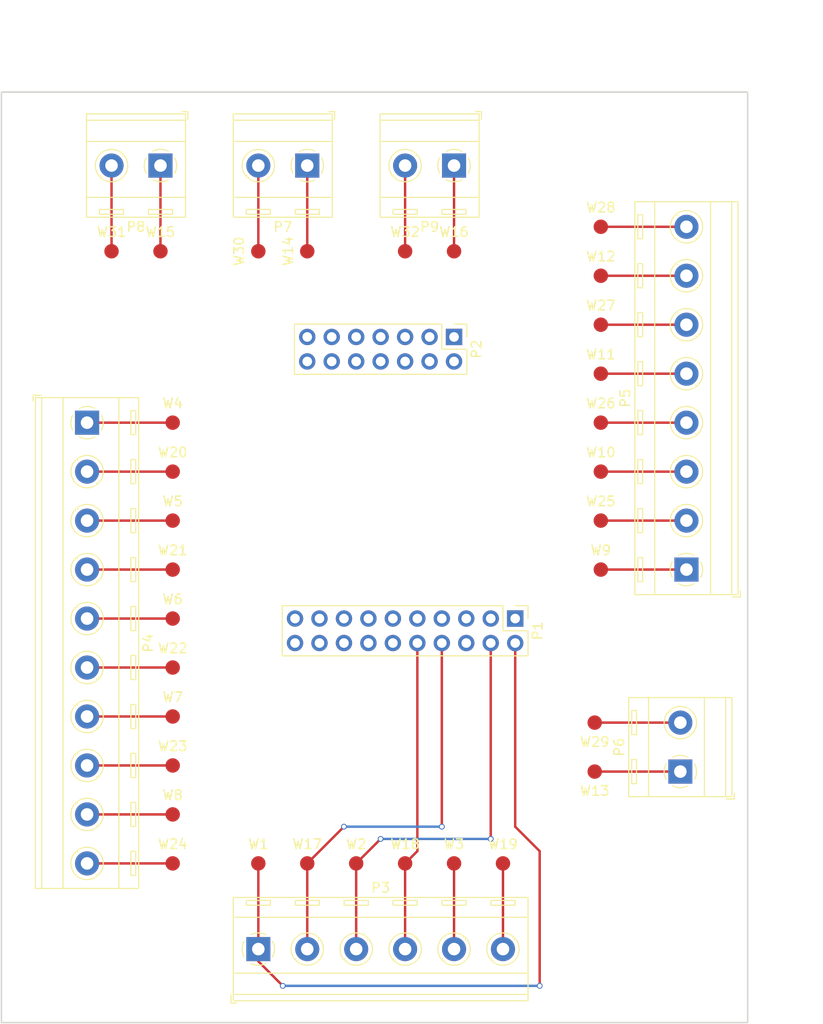
<source format=kicad_pcb>
(kicad_pcb (version 4) (host pcbnew 4.0.5)

  (general
    (links 65)
    (no_connects 29)
    (area 140.894999 59.614999 240.48 156.285001)
    (thickness 1.6)
    (drawings 6)
    (tracks 54)
    (zones 0)
    (modules 41)
    (nets 34)
  )

  (page A4)
  (layers
    (0 F.Cu signal)
    (31 B.Cu signal)
    (32 B.Adhes user)
    (33 F.Adhes user)
    (34 B.Paste user)
    (35 F.Paste user)
    (36 B.SilkS user)
    (37 F.SilkS user)
    (38 B.Mask user)
    (39 F.Mask user)
    (40 Dwgs.User user)
    (41 Cmts.User user)
    (42 Eco1.User user)
    (43 Eco2.User user)
    (44 Edge.Cuts user)
    (45 Margin user)
    (46 B.CrtYd user)
    (47 F.CrtYd user)
    (48 B.Fab user)
    (49 F.Fab user)
  )

  (setup
    (last_trace_width 0.25)
    (trace_clearance 0.2)
    (zone_clearance 0.508)
    (zone_45_only no)
    (trace_min 0.2)
    (segment_width 0.2)
    (edge_width 0.15)
    (via_size 0.6)
    (via_drill 0.4)
    (via_min_size 0.4)
    (via_min_drill 0.3)
    (uvia_size 0.3)
    (uvia_drill 0.1)
    (uvias_allowed no)
    (uvia_min_size 0.2)
    (uvia_min_drill 0.1)
    (pcb_text_width 0.3)
    (pcb_text_size 1.5 1.5)
    (mod_edge_width 0.15)
    (mod_text_size 1 1)
    (mod_text_width 0.15)
    (pad_size 1.524 1.524)
    (pad_drill 0.762)
    (pad_to_mask_clearance 0.2)
    (aux_axis_origin 0 0)
    (visible_elements FFFFFF7F)
    (pcbplotparams
      (layerselection 0x00030_80000001)
      (usegerberextensions false)
      (excludeedgelayer true)
      (linewidth 0.100000)
      (plotframeref false)
      (viasonmask false)
      (mode 1)
      (useauxorigin false)
      (hpglpennumber 1)
      (hpglpenspeed 20)
      (hpglpendiameter 15)
      (hpglpenoverlay 2)
      (psnegative false)
      (psa4output false)
      (plotreference true)
      (plotvalue true)
      (plotinvisibletext false)
      (padsonsilk false)
      (subtractmaskfromsilk false)
      (outputformat 1)
      (mirror false)
      (drillshape 1)
      (scaleselection 1)
      (outputdirectory ""))
  )

  (net 0 "")
  (net 1 CAN_H)
  (net 2 HVPL_1)
  (net 3 CAN_L)
  (net 4 HVPL_2)
  (net 5 NC)
  (net 6 HVPL_Cock)
  (net 7 APPS1_10)
  (net 8 HVPL_1_RTN)
  (net 9 APPS2_5)
  (net 10 HVPL_2_RTN)
  (net 11 APPS1_RTN)
  (net 12 HVPL_Cock_RTN)
  (net 13 RTN_GLV)
  (net 14 APPS1)
  (net 15 BP)
  (net 16 APPS2)
  (net 17 BOT)
  (net 18 Brake_24A)
  (net 19 Brake_24B)
  (net 20 CH_GND)
  (net 21 CC_LED)
  (net 22 LV_RTN)
  (net 23 IMD_Fault_LED)
  (net 24 24LV)
  (net 25 Drive_BTN_+5)
  (net 26 AIRs+)
  (net 27 Drive_BTN)
  (net 28 AIRs-)
  (net 29 Drive_LED)
  (net 30 IMD_Status)
  (net 31 RTDS)
  (net 32 IMD_PWM)
  (net 33 RTDS_RTN)

  (net_class Default "This is the default net class."
    (clearance 0.2)
    (trace_width 0.25)
    (via_dia 0.6)
    (via_drill 0.4)
    (uvia_dia 0.3)
    (uvia_drill 0.1)
    (add_net 24LV)
    (add_net AIRs+)
    (add_net AIRs-)
    (add_net APPS1)
    (add_net APPS1_10)
    (add_net APPS1_RTN)
    (add_net APPS2)
    (add_net APPS2_5)
    (add_net BOT)
    (add_net BP)
    (add_net Brake_24A)
    (add_net Brake_24B)
    (add_net CAN_H)
    (add_net CAN_L)
    (add_net CC_LED)
    (add_net CH_GND)
    (add_net Drive_BTN)
    (add_net Drive_BTN_+5)
    (add_net Drive_LED)
    (add_net HVPL_1)
    (add_net HVPL_1_RTN)
    (add_net HVPL_2)
    (add_net HVPL_2_RTN)
    (add_net HVPL_Cock)
    (add_net HVPL_Cock_RTN)
    (add_net IMD_Fault_LED)
    (add_net IMD_PWM)
    (add_net IMD_Status)
    (add_net LV_RTN)
    (add_net NC)
    (add_net RTDS)
    (add_net RTDS_RTN)
    (add_net RTN_GLV)
  )

  (module Connector_PinHeader_2.54mm:PinHeader_2x10_P2.54mm_Vertical placed (layer F.Cu) (tedit 59FED5CC) (tstamp 5A83D847)
    (at 194.31 114.3 270)
    (descr "Through hole straight pin header, 2x10, 2.54mm pitch, double rows")
    (tags "Through hole pin header THT 2x10 2.54mm double row")
    (path /5A7610AD)
    (fp_text reference P1 (at 1.27 -2.33 270) (layer F.SilkS)
      (effects (font (size 1 1) (thickness 0.15)))
    )
    (fp_text value CONN_02X10 (at 1.27 25.19 270) (layer F.Fab)
      (effects (font (size 1 1) (thickness 0.15)))
    )
    (fp_line (start 0 -1.27) (end 3.81 -1.27) (layer F.Fab) (width 0.1))
    (fp_line (start 3.81 -1.27) (end 3.81 24.13) (layer F.Fab) (width 0.1))
    (fp_line (start 3.81 24.13) (end -1.27 24.13) (layer F.Fab) (width 0.1))
    (fp_line (start -1.27 24.13) (end -1.27 0) (layer F.Fab) (width 0.1))
    (fp_line (start -1.27 0) (end 0 -1.27) (layer F.Fab) (width 0.1))
    (fp_line (start -1.33 24.19) (end 3.87 24.19) (layer F.SilkS) (width 0.12))
    (fp_line (start -1.33 1.27) (end -1.33 24.19) (layer F.SilkS) (width 0.12))
    (fp_line (start 3.87 -1.33) (end 3.87 24.19) (layer F.SilkS) (width 0.12))
    (fp_line (start -1.33 1.27) (end 1.27 1.27) (layer F.SilkS) (width 0.12))
    (fp_line (start 1.27 1.27) (end 1.27 -1.33) (layer F.SilkS) (width 0.12))
    (fp_line (start 1.27 -1.33) (end 3.87 -1.33) (layer F.SilkS) (width 0.12))
    (fp_line (start -1.33 0) (end -1.33 -1.33) (layer F.SilkS) (width 0.12))
    (fp_line (start -1.33 -1.33) (end 0 -1.33) (layer F.SilkS) (width 0.12))
    (fp_line (start -1.8 -1.8) (end -1.8 24.65) (layer F.CrtYd) (width 0.05))
    (fp_line (start -1.8 24.65) (end 4.35 24.65) (layer F.CrtYd) (width 0.05))
    (fp_line (start 4.35 24.65) (end 4.35 -1.8) (layer F.CrtYd) (width 0.05))
    (fp_line (start 4.35 -1.8) (end -1.8 -1.8) (layer F.CrtYd) (width 0.05))
    (fp_text user %R (at 1.27 11.43 360) (layer F.Fab)
      (effects (font (size 1 1) (thickness 0.15)))
    )
    (pad 1 thru_hole rect (at 0 0 270) (size 1.7 1.7) (drill 1) (layers *.Cu *.Mask)
      (net 1 CAN_H))
    (pad 2 thru_hole oval (at 2.54 0 270) (size 1.7 1.7) (drill 1) (layers *.Cu *.Mask)
      (net 2 HVPL_1))
    (pad 3 thru_hole oval (at 0 2.54 270) (size 1.7 1.7) (drill 1) (layers *.Cu *.Mask)
      (net 3 CAN_L))
    (pad 4 thru_hole oval (at 2.54 2.54 270) (size 1.7 1.7) (drill 1) (layers *.Cu *.Mask)
      (net 4 HVPL_2))
    (pad 5 thru_hole oval (at 0 5.08 270) (size 1.7 1.7) (drill 1) (layers *.Cu *.Mask)
      (net 5 NC))
    (pad 6 thru_hole oval (at 2.54 5.08 270) (size 1.7 1.7) (drill 1) (layers *.Cu *.Mask)
      (net 6 HVPL_Cock))
    (pad 7 thru_hole oval (at 0 7.62 270) (size 1.7 1.7) (drill 1) (layers *.Cu *.Mask)
      (net 7 APPS1_10))
    (pad 8 thru_hole oval (at 2.54 7.62 270) (size 1.7 1.7) (drill 1) (layers *.Cu *.Mask)
      (net 8 HVPL_1_RTN))
    (pad 9 thru_hole oval (at 0 10.16 270) (size 1.7 1.7) (drill 1) (layers *.Cu *.Mask)
      (net 9 APPS2_5))
    (pad 10 thru_hole oval (at 2.54 10.16 270) (size 1.7 1.7) (drill 1) (layers *.Cu *.Mask)
      (net 10 HVPL_2_RTN))
    (pad 11 thru_hole oval (at 0 12.7 270) (size 1.7 1.7) (drill 1) (layers *.Cu *.Mask)
      (net 11 APPS1_RTN))
    (pad 12 thru_hole oval (at 2.54 12.7 270) (size 1.7 1.7) (drill 1) (layers *.Cu *.Mask)
      (net 12 HVPL_Cock_RTN))
    (pad 13 thru_hole oval (at 0 15.24 270) (size 1.7 1.7) (drill 1) (layers *.Cu *.Mask)
      (net 13 RTN_GLV))
    (pad 14 thru_hole oval (at 2.54 15.24 270) (size 1.7 1.7) (drill 1) (layers *.Cu *.Mask)
      (net 5 NC))
    (pad 15 thru_hole oval (at 0 17.78 270) (size 1.7 1.7) (drill 1) (layers *.Cu *.Mask)
      (net 14 APPS1))
    (pad 16 thru_hole oval (at 2.54 17.78 270) (size 1.7 1.7) (drill 1) (layers *.Cu *.Mask)
      (net 15 BP))
    (pad 17 thru_hole oval (at 0 20.32 270) (size 1.7 1.7) (drill 1) (layers *.Cu *.Mask)
      (net 16 APPS2))
    (pad 18 thru_hole oval (at 2.54 20.32 270) (size 1.7 1.7) (drill 1) (layers *.Cu *.Mask)
      (net 17 BOT))
    (pad 19 thru_hole oval (at 0 22.86 270) (size 1.7 1.7) (drill 1) (layers *.Cu *.Mask)
      (net 18 Brake_24A))
    (pad 20 thru_hole oval (at 2.54 22.86 270) (size 1.7 1.7) (drill 1) (layers *.Cu *.Mask)
      (net 19 Brake_24B))
    (model ${KISYS3DMOD}/Connector_PinHeader_2.54mm.3dshapes/PinHeader_2x10_P2.54mm_Vertical.wrl
      (at (xyz 0 0 0))
      (scale (xyz 1 1 1))
      (rotate (xyz 0 0 0))
    )
  )

  (module Connector_PinHeader_2.54mm:PinHeader_2x07_P2.54mm_Vertical placed (layer F.Cu) (tedit 59FED5CC) (tstamp 5A83D86B)
    (at 187.96 85.09 270)
    (descr "Through hole straight pin header, 2x07, 2.54mm pitch, double rows")
    (tags "Through hole pin header THT 2x07 2.54mm double row")
    (path /5A762C5D)
    (fp_text reference P2 (at 1.27 -2.33 270) (layer F.SilkS)
      (effects (font (size 1 1) (thickness 0.15)))
    )
    (fp_text value CONN_02X07 (at 1.27 17.57 270) (layer F.Fab)
      (effects (font (size 1 1) (thickness 0.15)))
    )
    (fp_line (start 0 -1.27) (end 3.81 -1.27) (layer F.Fab) (width 0.1))
    (fp_line (start 3.81 -1.27) (end 3.81 16.51) (layer F.Fab) (width 0.1))
    (fp_line (start 3.81 16.51) (end -1.27 16.51) (layer F.Fab) (width 0.1))
    (fp_line (start -1.27 16.51) (end -1.27 0) (layer F.Fab) (width 0.1))
    (fp_line (start -1.27 0) (end 0 -1.27) (layer F.Fab) (width 0.1))
    (fp_line (start -1.33 16.57) (end 3.87 16.57) (layer F.SilkS) (width 0.12))
    (fp_line (start -1.33 1.27) (end -1.33 16.57) (layer F.SilkS) (width 0.12))
    (fp_line (start 3.87 -1.33) (end 3.87 16.57) (layer F.SilkS) (width 0.12))
    (fp_line (start -1.33 1.27) (end 1.27 1.27) (layer F.SilkS) (width 0.12))
    (fp_line (start 1.27 1.27) (end 1.27 -1.33) (layer F.SilkS) (width 0.12))
    (fp_line (start 1.27 -1.33) (end 3.87 -1.33) (layer F.SilkS) (width 0.12))
    (fp_line (start -1.33 0) (end -1.33 -1.33) (layer F.SilkS) (width 0.12))
    (fp_line (start -1.33 -1.33) (end 0 -1.33) (layer F.SilkS) (width 0.12))
    (fp_line (start -1.8 -1.8) (end -1.8 17.05) (layer F.CrtYd) (width 0.05))
    (fp_line (start -1.8 17.05) (end 4.35 17.05) (layer F.CrtYd) (width 0.05))
    (fp_line (start 4.35 17.05) (end 4.35 -1.8) (layer F.CrtYd) (width 0.05))
    (fp_line (start 4.35 -1.8) (end -1.8 -1.8) (layer F.CrtYd) (width 0.05))
    (fp_text user %R (at 1.27 7.62 360) (layer F.Fab)
      (effects (font (size 1 1) (thickness 0.15)))
    )
    (pad 1 thru_hole rect (at 0 0 270) (size 1.7 1.7) (drill 1) (layers *.Cu *.Mask)
      (net 20 CH_GND))
    (pad 2 thru_hole oval (at 2.54 0 270) (size 1.7 1.7) (drill 1) (layers *.Cu *.Mask)
      (net 21 CC_LED))
    (pad 3 thru_hole oval (at 0 2.54 270) (size 1.7 1.7) (drill 1) (layers *.Cu *.Mask)
      (net 22 LV_RTN))
    (pad 4 thru_hole oval (at 2.54 2.54 270) (size 1.7 1.7) (drill 1) (layers *.Cu *.Mask)
      (net 23 IMD_Fault_LED))
    (pad 5 thru_hole oval (at 0 5.08 270) (size 1.7 1.7) (drill 1) (layers *.Cu *.Mask)
      (net 24 24LV))
    (pad 6 thru_hole oval (at 2.54 5.08 270) (size 1.7 1.7) (drill 1) (layers *.Cu *.Mask)
      (net 25 Drive_BTN_+5))
    (pad 7 thru_hole oval (at 0 7.62 270) (size 1.7 1.7) (drill 1) (layers *.Cu *.Mask)
      (net 26 AIRs+))
    (pad 8 thru_hole oval (at 2.54 7.62 270) (size 1.7 1.7) (drill 1) (layers *.Cu *.Mask)
      (net 27 Drive_BTN))
    (pad 9 thru_hole oval (at 0 10.16 270) (size 1.7 1.7) (drill 1) (layers *.Cu *.Mask)
      (net 28 AIRs-))
    (pad 10 thru_hole oval (at 2.54 10.16 270) (size 1.7 1.7) (drill 1) (layers *.Cu *.Mask)
      (net 29 Drive_LED))
    (pad 11 thru_hole oval (at 0 12.7 270) (size 1.7 1.7) (drill 1) (layers *.Cu *.Mask)
      (net 30 IMD_Status))
    (pad 12 thru_hole oval (at 2.54 12.7 270) (size 1.7 1.7) (drill 1) (layers *.Cu *.Mask)
      (net 31 RTDS))
    (pad 13 thru_hole oval (at 0 15.24 270) (size 1.7 1.7) (drill 1) (layers *.Cu *.Mask)
      (net 32 IMD_PWM))
    (pad 14 thru_hole oval (at 2.54 15.24 270) (size 1.7 1.7) (drill 1) (layers *.Cu *.Mask)
      (net 33 RTDS_RTN))
    (model ${KISYS3DMOD}/Connector_PinHeader_2.54mm.3dshapes/PinHeader_2x07_P2.54mm_Vertical.wrl
      (at (xyz 0 0 0))
      (scale (xyz 1 1 1))
      (rotate (xyz 0 0 0))
    )
  )

  (module TerminalBlock_RND:TerminalBlock_RND_205-00291_1x06_P5.08mm_Horizontal placed (layer F.Cu) (tedit 5A08396B) (tstamp 5A83D8EB)
    (at 167.64 148.59)
    (descr "terminal block RND 205-00291, 6 pins, pitch 5.08mm, size 30.479999999999997x10.6mm^2, drill diamater 1.3mm, pad diameter 2.5mm, see http://cdn-reichelt.de/documents/datenblatt/C151/RND_205-00287_DB_EN.pdf, script-generated using https://github.com/pointhi/kicad-footprint-generator/scripts/TerminalBlock_RND")
    (tags "THT terminal block RND 205-00291 pitch 5.08mm size 30.479999999999997x10.6mm^2 drill 1.3mm pad 2.5mm")
    (path /5A77AB92)
    (fp_text reference P3 (at 12.7 -6.36) (layer F.SilkS)
      (effects (font (size 1 1) (thickness 0.15)))
    )
    (fp_text value CONN_01X06 (at 12.7 6.36) (layer F.Fab)
      (effects (font (size 1 1) (thickness 0.15)))
    )
    (fp_arc (start 0 0) (end 0 1.68) (angle -28) (layer F.SilkS) (width 0.12))
    (fp_arc (start 0 0) (end 1.484 0.789) (angle -56) (layer F.SilkS) (width 0.12))
    (fp_arc (start 0 0) (end 0.789 -1.484) (angle -56) (layer F.SilkS) (width 0.12))
    (fp_arc (start 0 0) (end -1.484 -0.789) (angle -56) (layer F.SilkS) (width 0.12))
    (fp_arc (start 0 0) (end -0.789 1.484) (angle -29) (layer F.SilkS) (width 0.12))
    (fp_circle (center 0 0) (end 1.5 0) (layer F.Fab) (width 0.1))
    (fp_circle (center 5.08 0) (end 6.58 0) (layer F.Fab) (width 0.1))
    (fp_circle (center 5.08 0) (end 6.76 0) (layer F.SilkS) (width 0.12))
    (fp_circle (center 10.16 0) (end 11.66 0) (layer F.Fab) (width 0.1))
    (fp_circle (center 10.16 0) (end 11.84 0) (layer F.SilkS) (width 0.12))
    (fp_circle (center 15.24 0) (end 16.74 0) (layer F.Fab) (width 0.1))
    (fp_circle (center 15.24 0) (end 16.92 0) (layer F.SilkS) (width 0.12))
    (fp_circle (center 20.32 0) (end 21.82 0) (layer F.Fab) (width 0.1))
    (fp_circle (center 20.32 0) (end 22 0) (layer F.SilkS) (width 0.12))
    (fp_circle (center 25.4 0) (end 26.9 0) (layer F.Fab) (width 0.1))
    (fp_circle (center 25.4 0) (end 27.08 0) (layer F.SilkS) (width 0.12))
    (fp_line (start -2.54 -5.3) (end 27.94 -5.3) (layer F.Fab) (width 0.1))
    (fp_line (start 27.94 -5.3) (end 27.94 5.3) (layer F.Fab) (width 0.1))
    (fp_line (start 27.94 5.3) (end -1.94 5.3) (layer F.Fab) (width 0.1))
    (fp_line (start -1.94 5.3) (end -2.54 4.7) (layer F.Fab) (width 0.1))
    (fp_line (start -2.54 4.7) (end -2.54 -5.3) (layer F.Fab) (width 0.1))
    (fp_line (start -2.54 4.7) (end 27.94 4.7) (layer F.Fab) (width 0.1))
    (fp_line (start -2.6 4.7) (end 28 4.7) (layer F.SilkS) (width 0.12))
    (fp_line (start -2.54 2.5) (end 27.94 2.5) (layer F.Fab) (width 0.1))
    (fp_line (start -2.6 2.5) (end 28 2.5) (layer F.SilkS) (width 0.12))
    (fp_line (start -2.54 -3.3) (end 27.94 -3.3) (layer F.Fab) (width 0.1))
    (fp_line (start -2.6 -3.3) (end 28 -3.3) (layer F.SilkS) (width 0.12))
    (fp_line (start -2.6 -5.36) (end 28 -5.36) (layer F.SilkS) (width 0.12))
    (fp_line (start -2.6 5.36) (end 28 5.36) (layer F.SilkS) (width 0.12))
    (fp_line (start -2.6 -5.36) (end -2.6 5.36) (layer F.SilkS) (width 0.12))
    (fp_line (start 28 -5.36) (end 28 5.36) (layer F.SilkS) (width 0.12))
    (fp_line (start 1.138 -0.955) (end -0.955 1.138) (layer F.Fab) (width 0.1))
    (fp_line (start 0.955 -1.138) (end -1.138 0.955) (layer F.Fab) (width 0.1))
    (fp_line (start -1.25 -5.05) (end -1.25 -4.55) (layer F.Fab) (width 0.1))
    (fp_line (start -1.25 -4.55) (end 1.25 -4.55) (layer F.Fab) (width 0.1))
    (fp_line (start 1.25 -4.55) (end 1.25 -5.05) (layer F.Fab) (width 0.1))
    (fp_line (start 1.25 -5.05) (end -1.25 -5.05) (layer F.Fab) (width 0.1))
    (fp_line (start -1.25 -5.05) (end 1.25 -5.05) (layer F.SilkS) (width 0.12))
    (fp_line (start -1.25 -4.55) (end 1.25 -4.55) (layer F.SilkS) (width 0.12))
    (fp_line (start -1.25 -5.05) (end -1.25 -4.55) (layer F.SilkS) (width 0.12))
    (fp_line (start 1.25 -5.05) (end 1.25 -4.55) (layer F.SilkS) (width 0.12))
    (fp_line (start 6.218 -0.955) (end 4.126 1.138) (layer F.Fab) (width 0.1))
    (fp_line (start 6.035 -1.138) (end 3.943 0.955) (layer F.Fab) (width 0.1))
    (fp_line (start 6.355 -1.069) (end 6.261 -0.976) (layer F.SilkS) (width 0.12))
    (fp_line (start 4.07 1.216) (end 4.011 1.274) (layer F.SilkS) (width 0.12))
    (fp_line (start 6.15 -1.275) (end 6.091 -1.216) (layer F.SilkS) (width 0.12))
    (fp_line (start 3.9 0.976) (end 3.806 1.069) (layer F.SilkS) (width 0.12))
    (fp_line (start 3.83 -5.05) (end 3.83 -4.55) (layer F.Fab) (width 0.1))
    (fp_line (start 3.83 -4.55) (end 6.33 -4.55) (layer F.Fab) (width 0.1))
    (fp_line (start 6.33 -4.55) (end 6.33 -5.05) (layer F.Fab) (width 0.1))
    (fp_line (start 6.33 -5.05) (end 3.83 -5.05) (layer F.Fab) (width 0.1))
    (fp_line (start 3.83 -5.05) (end 6.33 -5.05) (layer F.SilkS) (width 0.12))
    (fp_line (start 3.83 -4.55) (end 6.33 -4.55) (layer F.SilkS) (width 0.12))
    (fp_line (start 3.83 -5.05) (end 3.83 -4.55) (layer F.SilkS) (width 0.12))
    (fp_line (start 6.33 -5.05) (end 6.33 -4.55) (layer F.SilkS) (width 0.12))
    (fp_line (start 11.298 -0.955) (end 9.206 1.138) (layer F.Fab) (width 0.1))
    (fp_line (start 11.115 -1.138) (end 9.023 0.955) (layer F.Fab) (width 0.1))
    (fp_line (start 11.435 -1.069) (end 11.341 -0.976) (layer F.SilkS) (width 0.12))
    (fp_line (start 9.15 1.216) (end 9.091 1.274) (layer F.SilkS) (width 0.12))
    (fp_line (start 11.23 -1.275) (end 11.171 -1.216) (layer F.SilkS) (width 0.12))
    (fp_line (start 8.98 0.976) (end 8.886 1.069) (layer F.SilkS) (width 0.12))
    (fp_line (start 8.91 -5.05) (end 8.91 -4.55) (layer F.Fab) (width 0.1))
    (fp_line (start 8.91 -4.55) (end 11.41 -4.55) (layer F.Fab) (width 0.1))
    (fp_line (start 11.41 -4.55) (end 11.41 -5.05) (layer F.Fab) (width 0.1))
    (fp_line (start 11.41 -5.05) (end 8.91 -5.05) (layer F.Fab) (width 0.1))
    (fp_line (start 8.91 -5.05) (end 11.41 -5.05) (layer F.SilkS) (width 0.12))
    (fp_line (start 8.91 -4.55) (end 11.41 -4.55) (layer F.SilkS) (width 0.12))
    (fp_line (start 8.91 -5.05) (end 8.91 -4.55) (layer F.SilkS) (width 0.12))
    (fp_line (start 11.41 -5.05) (end 11.41 -4.55) (layer F.SilkS) (width 0.12))
    (fp_line (start 16.378 -0.955) (end 14.286 1.138) (layer F.Fab) (width 0.1))
    (fp_line (start 16.195 -1.138) (end 14.103 0.955) (layer F.Fab) (width 0.1))
    (fp_line (start 16.515 -1.069) (end 16.421 -0.976) (layer F.SilkS) (width 0.12))
    (fp_line (start 14.23 1.216) (end 14.171 1.274) (layer F.SilkS) (width 0.12))
    (fp_line (start 16.31 -1.275) (end 16.251 -1.216) (layer F.SilkS) (width 0.12))
    (fp_line (start 14.06 0.976) (end 13.966 1.069) (layer F.SilkS) (width 0.12))
    (fp_line (start 13.99 -5.05) (end 13.99 -4.55) (layer F.Fab) (width 0.1))
    (fp_line (start 13.99 -4.55) (end 16.49 -4.55) (layer F.Fab) (width 0.1))
    (fp_line (start 16.49 -4.55) (end 16.49 -5.05) (layer F.Fab) (width 0.1))
    (fp_line (start 16.49 -5.05) (end 13.99 -5.05) (layer F.Fab) (width 0.1))
    (fp_line (start 13.99 -5.05) (end 16.49 -5.05) (layer F.SilkS) (width 0.12))
    (fp_line (start 13.99 -4.55) (end 16.49 -4.55) (layer F.SilkS) (width 0.12))
    (fp_line (start 13.99 -5.05) (end 13.99 -4.55) (layer F.SilkS) (width 0.12))
    (fp_line (start 16.49 -5.05) (end 16.49 -4.55) (layer F.SilkS) (width 0.12))
    (fp_line (start 21.458 -0.955) (end 19.366 1.138) (layer F.Fab) (width 0.1))
    (fp_line (start 21.275 -1.138) (end 19.183 0.955) (layer F.Fab) (width 0.1))
    (fp_line (start 21.595 -1.069) (end 21.501 -0.976) (layer F.SilkS) (width 0.12))
    (fp_line (start 19.31 1.216) (end 19.251 1.274) (layer F.SilkS) (width 0.12))
    (fp_line (start 21.39 -1.275) (end 21.331 -1.216) (layer F.SilkS) (width 0.12))
    (fp_line (start 19.14 0.976) (end 19.046 1.069) (layer F.SilkS) (width 0.12))
    (fp_line (start 19.07 -5.05) (end 19.07 -4.55) (layer F.Fab) (width 0.1))
    (fp_line (start 19.07 -4.55) (end 21.57 -4.55) (layer F.Fab) (width 0.1))
    (fp_line (start 21.57 -4.55) (end 21.57 -5.05) (layer F.Fab) (width 0.1))
    (fp_line (start 21.57 -5.05) (end 19.07 -5.05) (layer F.Fab) (width 0.1))
    (fp_line (start 19.07 -5.05) (end 21.57 -5.05) (layer F.SilkS) (width 0.12))
    (fp_line (start 19.07 -4.55) (end 21.57 -4.55) (layer F.SilkS) (width 0.12))
    (fp_line (start 19.07 -5.05) (end 19.07 -4.55) (layer F.SilkS) (width 0.12))
    (fp_line (start 21.57 -5.05) (end 21.57 -4.55) (layer F.SilkS) (width 0.12))
    (fp_line (start 26.538 -0.955) (end 24.446 1.138) (layer F.Fab) (width 0.1))
    (fp_line (start 26.355 -1.138) (end 24.263 0.955) (layer F.Fab) (width 0.1))
    (fp_line (start 26.675 -1.069) (end 26.581 -0.976) (layer F.SilkS) (width 0.12))
    (fp_line (start 24.39 1.216) (end 24.331 1.274) (layer F.SilkS) (width 0.12))
    (fp_line (start 26.47 -1.275) (end 26.411 -1.216) (layer F.SilkS) (width 0.12))
    (fp_line (start 24.22 0.976) (end 24.126 1.069) (layer F.SilkS) (width 0.12))
    (fp_line (start 24.15 -5.05) (end 24.15 -4.55) (layer F.Fab) (width 0.1))
    (fp_line (start 24.15 -4.55) (end 26.65 -4.55) (layer F.Fab) (width 0.1))
    (fp_line (start 26.65 -4.55) (end 26.65 -5.05) (layer F.Fab) (width 0.1))
    (fp_line (start 26.65 -5.05) (end 24.15 -5.05) (layer F.Fab) (width 0.1))
    (fp_line (start 24.15 -5.05) (end 26.65 -5.05) (layer F.SilkS) (width 0.12))
    (fp_line (start 24.15 -4.55) (end 26.65 -4.55) (layer F.SilkS) (width 0.12))
    (fp_line (start 24.15 -5.05) (end 24.15 -4.55) (layer F.SilkS) (width 0.12))
    (fp_line (start 26.65 -5.05) (end 26.65 -4.55) (layer F.SilkS) (width 0.12))
    (fp_line (start -2.84 4.76) (end -2.84 5.6) (layer F.SilkS) (width 0.12))
    (fp_line (start -2.84 5.6) (end -2.24 5.6) (layer F.SilkS) (width 0.12))
    (fp_line (start -3.05 -5.8) (end -3.05 5.8) (layer F.CrtYd) (width 0.05))
    (fp_line (start -3.05 5.8) (end 28.45 5.8) (layer F.CrtYd) (width 0.05))
    (fp_line (start 28.45 5.8) (end 28.45 -5.8) (layer F.CrtYd) (width 0.05))
    (fp_line (start 28.45 -5.8) (end -3.05 -5.8) (layer F.CrtYd) (width 0.05))
    (fp_text user %R (at 12.7 -6.36) (layer F.Fab)
      (effects (font (size 1 1) (thickness 0.15)))
    )
    (pad 1 thru_hole rect (at 0 0) (size 2.5 2.5) (drill 1.3) (layers *.Cu *.Mask)
      (net 2 HVPL_1))
    (pad 2 thru_hole circle (at 5.08 0) (size 2.5 2.5) (drill 1.3) (layers *.Cu *.Mask)
      (net 8 HVPL_1_RTN))
    (pad 3 thru_hole circle (at 10.16 0) (size 2.5 2.5) (drill 1.3) (layers *.Cu *.Mask)
      (net 4 HVPL_2))
    (pad 4 thru_hole circle (at 15.24 0) (size 2.5 2.5) (drill 1.3) (layers *.Cu *.Mask)
      (net 10 HVPL_2_RTN))
    (pad 5 thru_hole circle (at 20.32 0) (size 2.5 2.5) (drill 1.3) (layers *.Cu *.Mask)
      (net 31 RTDS))
    (pad 6 thru_hole circle (at 25.4 0) (size 2.5 2.5) (drill 1.3) (layers *.Cu *.Mask)
      (net 33 RTDS_RTN))
    (model ${KISYS3DMOD}/TerminalBlock_RND.3dshapes/TerminalBlock_RND_205-00291_1x06_P5.08mm_Horizontal.wrl
      (at (xyz 0 0 0))
      (scale (xyz 1 1 1))
      (rotate (xyz 0 0 0))
    )
  )

  (module TerminalBlock_RND:TerminalBlock_RND_205-00295_1x10_P5.08mm_Horizontal placed (layer F.Cu) (tedit 5A083976) (tstamp 5A83D9AF)
    (at 149.86 93.98 270)
    (descr "terminal block RND 205-00295, 10 pins, pitch 5.08mm, size 50.8x10.6mm^2, drill diamater 1.3mm, pad diameter 2.5mm, see http://cdn-reichelt.de/documents/datenblatt/C151/RND_205-00287_DB_EN.pdf, script-generated using https://github.com/pointhi/kicad-footprint-generator/scripts/TerminalBlock_RND")
    (tags "THT terminal block RND 205-00295 pitch 5.08mm size 50.8x10.6mm^2 drill 1.3mm pad 2.5mm")
    (path /5A763DB3)
    (fp_text reference P4 (at 22.86 -6.36 270) (layer F.SilkS)
      (effects (font (size 1 1) (thickness 0.15)))
    )
    (fp_text value CONN_01X10 (at 22.86 6.36 270) (layer F.Fab)
      (effects (font (size 1 1) (thickness 0.15)))
    )
    (fp_arc (start 0 0) (end 0 1.68) (angle -28) (layer F.SilkS) (width 0.12))
    (fp_arc (start 0 0) (end 1.484 0.789) (angle -56) (layer F.SilkS) (width 0.12))
    (fp_arc (start 0 0) (end 0.789 -1.484) (angle -56) (layer F.SilkS) (width 0.12))
    (fp_arc (start 0 0) (end -1.484 -0.789) (angle -56) (layer F.SilkS) (width 0.12))
    (fp_arc (start 0 0) (end -0.789 1.484) (angle -29) (layer F.SilkS) (width 0.12))
    (fp_circle (center 0 0) (end 1.5 0) (layer F.Fab) (width 0.1))
    (fp_circle (center 5.08 0) (end 6.58 0) (layer F.Fab) (width 0.1))
    (fp_circle (center 5.08 0) (end 6.76 0) (layer F.SilkS) (width 0.12))
    (fp_circle (center 10.16 0) (end 11.66 0) (layer F.Fab) (width 0.1))
    (fp_circle (center 10.16 0) (end 11.84 0) (layer F.SilkS) (width 0.12))
    (fp_circle (center 15.24 0) (end 16.74 0) (layer F.Fab) (width 0.1))
    (fp_circle (center 15.24 0) (end 16.92 0) (layer F.SilkS) (width 0.12))
    (fp_circle (center 20.32 0) (end 21.82 0) (layer F.Fab) (width 0.1))
    (fp_circle (center 20.32 0) (end 22 0) (layer F.SilkS) (width 0.12))
    (fp_circle (center 25.4 0) (end 26.9 0) (layer F.Fab) (width 0.1))
    (fp_circle (center 25.4 0) (end 27.08 0) (layer F.SilkS) (width 0.12))
    (fp_circle (center 30.48 0) (end 31.98 0) (layer F.Fab) (width 0.1))
    (fp_circle (center 30.48 0) (end 32.16 0) (layer F.SilkS) (width 0.12))
    (fp_circle (center 35.56 0) (end 37.06 0) (layer F.Fab) (width 0.1))
    (fp_circle (center 35.56 0) (end 37.24 0) (layer F.SilkS) (width 0.12))
    (fp_circle (center 40.64 0) (end 42.14 0) (layer F.Fab) (width 0.1))
    (fp_circle (center 40.64 0) (end 42.32 0) (layer F.SilkS) (width 0.12))
    (fp_circle (center 45.72 0) (end 47.22 0) (layer F.Fab) (width 0.1))
    (fp_circle (center 45.72 0) (end 47.4 0) (layer F.SilkS) (width 0.12))
    (fp_line (start -2.54 -5.3) (end 48.26 -5.3) (layer F.Fab) (width 0.1))
    (fp_line (start 48.26 -5.3) (end 48.26 5.3) (layer F.Fab) (width 0.1))
    (fp_line (start 48.26 5.3) (end -1.94 5.3) (layer F.Fab) (width 0.1))
    (fp_line (start -1.94 5.3) (end -2.54 4.7) (layer F.Fab) (width 0.1))
    (fp_line (start -2.54 4.7) (end -2.54 -5.3) (layer F.Fab) (width 0.1))
    (fp_line (start -2.54 4.7) (end 48.26 4.7) (layer F.Fab) (width 0.1))
    (fp_line (start -2.6 4.7) (end 48.32 4.7) (layer F.SilkS) (width 0.12))
    (fp_line (start -2.54 2.5) (end 48.26 2.5) (layer F.Fab) (width 0.1))
    (fp_line (start -2.6 2.5) (end 48.32 2.5) (layer F.SilkS) (width 0.12))
    (fp_line (start -2.54 -3.3) (end 48.26 -3.3) (layer F.Fab) (width 0.1))
    (fp_line (start -2.6 -3.3) (end 48.32 -3.3) (layer F.SilkS) (width 0.12))
    (fp_line (start -2.6 -5.36) (end 48.32 -5.36) (layer F.SilkS) (width 0.12))
    (fp_line (start -2.6 5.36) (end 48.32 5.36) (layer F.SilkS) (width 0.12))
    (fp_line (start -2.6 -5.36) (end -2.6 5.36) (layer F.SilkS) (width 0.12))
    (fp_line (start 48.32 -5.36) (end 48.32 5.36) (layer F.SilkS) (width 0.12))
    (fp_line (start 1.138 -0.955) (end -0.955 1.138) (layer F.Fab) (width 0.1))
    (fp_line (start 0.955 -1.138) (end -1.138 0.955) (layer F.Fab) (width 0.1))
    (fp_line (start -1.25 -5.05) (end -1.25 -4.55) (layer F.Fab) (width 0.1))
    (fp_line (start -1.25 -4.55) (end 1.25 -4.55) (layer F.Fab) (width 0.1))
    (fp_line (start 1.25 -4.55) (end 1.25 -5.05) (layer F.Fab) (width 0.1))
    (fp_line (start 1.25 -5.05) (end -1.25 -5.05) (layer F.Fab) (width 0.1))
    (fp_line (start -1.25 -5.05) (end 1.25 -5.05) (layer F.SilkS) (width 0.12))
    (fp_line (start -1.25 -4.55) (end 1.25 -4.55) (layer F.SilkS) (width 0.12))
    (fp_line (start -1.25 -5.05) (end -1.25 -4.55) (layer F.SilkS) (width 0.12))
    (fp_line (start 1.25 -5.05) (end 1.25 -4.55) (layer F.SilkS) (width 0.12))
    (fp_line (start 6.218 -0.955) (end 4.126 1.138) (layer F.Fab) (width 0.1))
    (fp_line (start 6.035 -1.138) (end 3.943 0.955) (layer F.Fab) (width 0.1))
    (fp_line (start 6.355 -1.069) (end 6.261 -0.976) (layer F.SilkS) (width 0.12))
    (fp_line (start 4.07 1.216) (end 4.011 1.274) (layer F.SilkS) (width 0.12))
    (fp_line (start 6.15 -1.275) (end 6.091 -1.216) (layer F.SilkS) (width 0.12))
    (fp_line (start 3.9 0.976) (end 3.806 1.069) (layer F.SilkS) (width 0.12))
    (fp_line (start 3.83 -5.05) (end 3.83 -4.55) (layer F.Fab) (width 0.1))
    (fp_line (start 3.83 -4.55) (end 6.33 -4.55) (layer F.Fab) (width 0.1))
    (fp_line (start 6.33 -4.55) (end 6.33 -5.05) (layer F.Fab) (width 0.1))
    (fp_line (start 6.33 -5.05) (end 3.83 -5.05) (layer F.Fab) (width 0.1))
    (fp_line (start 3.83 -5.05) (end 6.33 -5.05) (layer F.SilkS) (width 0.12))
    (fp_line (start 3.83 -4.55) (end 6.33 -4.55) (layer F.SilkS) (width 0.12))
    (fp_line (start 3.83 -5.05) (end 3.83 -4.55) (layer F.SilkS) (width 0.12))
    (fp_line (start 6.33 -5.05) (end 6.33 -4.55) (layer F.SilkS) (width 0.12))
    (fp_line (start 11.298 -0.955) (end 9.206 1.138) (layer F.Fab) (width 0.1))
    (fp_line (start 11.115 -1.138) (end 9.023 0.955) (layer F.Fab) (width 0.1))
    (fp_line (start 11.435 -1.069) (end 11.341 -0.976) (layer F.SilkS) (width 0.12))
    (fp_line (start 9.15 1.216) (end 9.091 1.274) (layer F.SilkS) (width 0.12))
    (fp_line (start 11.23 -1.275) (end 11.171 -1.216) (layer F.SilkS) (width 0.12))
    (fp_line (start 8.98 0.976) (end 8.886 1.069) (layer F.SilkS) (width 0.12))
    (fp_line (start 8.91 -5.05) (end 8.91 -4.55) (layer F.Fab) (width 0.1))
    (fp_line (start 8.91 -4.55) (end 11.41 -4.55) (layer F.Fab) (width 0.1))
    (fp_line (start 11.41 -4.55) (end 11.41 -5.05) (layer F.Fab) (width 0.1))
    (fp_line (start 11.41 -5.05) (end 8.91 -5.05) (layer F.Fab) (width 0.1))
    (fp_line (start 8.91 -5.05) (end 11.41 -5.05) (layer F.SilkS) (width 0.12))
    (fp_line (start 8.91 -4.55) (end 11.41 -4.55) (layer F.SilkS) (width 0.12))
    (fp_line (start 8.91 -5.05) (end 8.91 -4.55) (layer F.SilkS) (width 0.12))
    (fp_line (start 11.41 -5.05) (end 11.41 -4.55) (layer F.SilkS) (width 0.12))
    (fp_line (start 16.378 -0.955) (end 14.286 1.138) (layer F.Fab) (width 0.1))
    (fp_line (start 16.195 -1.138) (end 14.103 0.955) (layer F.Fab) (width 0.1))
    (fp_line (start 16.515 -1.069) (end 16.421 -0.976) (layer F.SilkS) (width 0.12))
    (fp_line (start 14.23 1.216) (end 14.171 1.274) (layer F.SilkS) (width 0.12))
    (fp_line (start 16.31 -1.275) (end 16.251 -1.216) (layer F.SilkS) (width 0.12))
    (fp_line (start 14.06 0.976) (end 13.966 1.069) (layer F.SilkS) (width 0.12))
    (fp_line (start 13.99 -5.05) (end 13.99 -4.55) (layer F.Fab) (width 0.1))
    (fp_line (start 13.99 -4.55) (end 16.49 -4.55) (layer F.Fab) (width 0.1))
    (fp_line (start 16.49 -4.55) (end 16.49 -5.05) (layer F.Fab) (width 0.1))
    (fp_line (start 16.49 -5.05) (end 13.99 -5.05) (layer F.Fab) (width 0.1))
    (fp_line (start 13.99 -5.05) (end 16.49 -5.05) (layer F.SilkS) (width 0.12))
    (fp_line (start 13.99 -4.55) (end 16.49 -4.55) (layer F.SilkS) (width 0.12))
    (fp_line (start 13.99 -5.05) (end 13.99 -4.55) (layer F.SilkS) (width 0.12))
    (fp_line (start 16.49 -5.05) (end 16.49 -4.55) (layer F.SilkS) (width 0.12))
    (fp_line (start 21.458 -0.955) (end 19.366 1.138) (layer F.Fab) (width 0.1))
    (fp_line (start 21.275 -1.138) (end 19.183 0.955) (layer F.Fab) (width 0.1))
    (fp_line (start 21.595 -1.069) (end 21.501 -0.976) (layer F.SilkS) (width 0.12))
    (fp_line (start 19.31 1.216) (end 19.251 1.274) (layer F.SilkS) (width 0.12))
    (fp_line (start 21.39 -1.275) (end 21.331 -1.216) (layer F.SilkS) (width 0.12))
    (fp_line (start 19.14 0.976) (end 19.046 1.069) (layer F.SilkS) (width 0.12))
    (fp_line (start 19.07 -5.05) (end 19.07 -4.55) (layer F.Fab) (width 0.1))
    (fp_line (start 19.07 -4.55) (end 21.57 -4.55) (layer F.Fab) (width 0.1))
    (fp_line (start 21.57 -4.55) (end 21.57 -5.05) (layer F.Fab) (width 0.1))
    (fp_line (start 21.57 -5.05) (end 19.07 -5.05) (layer F.Fab) (width 0.1))
    (fp_line (start 19.07 -5.05) (end 21.57 -5.05) (layer F.SilkS) (width 0.12))
    (fp_line (start 19.07 -4.55) (end 21.57 -4.55) (layer F.SilkS) (width 0.12))
    (fp_line (start 19.07 -5.05) (end 19.07 -4.55) (layer F.SilkS) (width 0.12))
    (fp_line (start 21.57 -5.05) (end 21.57 -4.55) (layer F.SilkS) (width 0.12))
    (fp_line (start 26.538 -0.955) (end 24.446 1.138) (layer F.Fab) (width 0.1))
    (fp_line (start 26.355 -1.138) (end 24.263 0.955) (layer F.Fab) (width 0.1))
    (fp_line (start 26.675 -1.069) (end 26.581 -0.976) (layer F.SilkS) (width 0.12))
    (fp_line (start 24.39 1.216) (end 24.331 1.274) (layer F.SilkS) (width 0.12))
    (fp_line (start 26.47 -1.275) (end 26.411 -1.216) (layer F.SilkS) (width 0.12))
    (fp_line (start 24.22 0.976) (end 24.126 1.069) (layer F.SilkS) (width 0.12))
    (fp_line (start 24.15 -5.05) (end 24.15 -4.55) (layer F.Fab) (width 0.1))
    (fp_line (start 24.15 -4.55) (end 26.65 -4.55) (layer F.Fab) (width 0.1))
    (fp_line (start 26.65 -4.55) (end 26.65 -5.05) (layer F.Fab) (width 0.1))
    (fp_line (start 26.65 -5.05) (end 24.15 -5.05) (layer F.Fab) (width 0.1))
    (fp_line (start 24.15 -5.05) (end 26.65 -5.05) (layer F.SilkS) (width 0.12))
    (fp_line (start 24.15 -4.55) (end 26.65 -4.55) (layer F.SilkS) (width 0.12))
    (fp_line (start 24.15 -5.05) (end 24.15 -4.55) (layer F.SilkS) (width 0.12))
    (fp_line (start 26.65 -5.05) (end 26.65 -4.55) (layer F.SilkS) (width 0.12))
    (fp_line (start 31.618 -0.955) (end 29.526 1.138) (layer F.Fab) (width 0.1))
    (fp_line (start 31.435 -1.138) (end 29.343 0.955) (layer F.Fab) (width 0.1))
    (fp_line (start 31.755 -1.069) (end 31.661 -0.976) (layer F.SilkS) (width 0.12))
    (fp_line (start 29.47 1.216) (end 29.411 1.274) (layer F.SilkS) (width 0.12))
    (fp_line (start 31.55 -1.275) (end 31.491 -1.216) (layer F.SilkS) (width 0.12))
    (fp_line (start 29.3 0.976) (end 29.206 1.069) (layer F.SilkS) (width 0.12))
    (fp_line (start 29.23 -5.05) (end 29.23 -4.55) (layer F.Fab) (width 0.1))
    (fp_line (start 29.23 -4.55) (end 31.73 -4.55) (layer F.Fab) (width 0.1))
    (fp_line (start 31.73 -4.55) (end 31.73 -5.05) (layer F.Fab) (width 0.1))
    (fp_line (start 31.73 -5.05) (end 29.23 -5.05) (layer F.Fab) (width 0.1))
    (fp_line (start 29.23 -5.05) (end 31.73 -5.05) (layer F.SilkS) (width 0.12))
    (fp_line (start 29.23 -4.55) (end 31.73 -4.55) (layer F.SilkS) (width 0.12))
    (fp_line (start 29.23 -5.05) (end 29.23 -4.55) (layer F.SilkS) (width 0.12))
    (fp_line (start 31.73 -5.05) (end 31.73 -4.55) (layer F.SilkS) (width 0.12))
    (fp_line (start 36.698 -0.955) (end 34.606 1.138) (layer F.Fab) (width 0.1))
    (fp_line (start 36.515 -1.138) (end 34.423 0.955) (layer F.Fab) (width 0.1))
    (fp_line (start 36.835 -1.069) (end 36.741 -0.976) (layer F.SilkS) (width 0.12))
    (fp_line (start 34.55 1.216) (end 34.491 1.274) (layer F.SilkS) (width 0.12))
    (fp_line (start 36.63 -1.275) (end 36.571 -1.216) (layer F.SilkS) (width 0.12))
    (fp_line (start 34.38 0.976) (end 34.286 1.069) (layer F.SilkS) (width 0.12))
    (fp_line (start 34.31 -5.05) (end 34.31 -4.55) (layer F.Fab) (width 0.1))
    (fp_line (start 34.31 -4.55) (end 36.81 -4.55) (layer F.Fab) (width 0.1))
    (fp_line (start 36.81 -4.55) (end 36.81 -5.05) (layer F.Fab) (width 0.1))
    (fp_line (start 36.81 -5.05) (end 34.31 -5.05) (layer F.Fab) (width 0.1))
    (fp_line (start 34.31 -5.05) (end 36.81 -5.05) (layer F.SilkS) (width 0.12))
    (fp_line (start 34.31 -4.55) (end 36.81 -4.55) (layer F.SilkS) (width 0.12))
    (fp_line (start 34.31 -5.05) (end 34.31 -4.55) (layer F.SilkS) (width 0.12))
    (fp_line (start 36.81 -5.05) (end 36.81 -4.55) (layer F.SilkS) (width 0.12))
    (fp_line (start 41.778 -0.955) (end 39.686 1.138) (layer F.Fab) (width 0.1))
    (fp_line (start 41.595 -1.138) (end 39.503 0.955) (layer F.Fab) (width 0.1))
    (fp_line (start 41.915 -1.069) (end 41.821 -0.976) (layer F.SilkS) (width 0.12))
    (fp_line (start 39.63 1.216) (end 39.571 1.274) (layer F.SilkS) (width 0.12))
    (fp_line (start 41.71 -1.275) (end 41.651 -1.216) (layer F.SilkS) (width 0.12))
    (fp_line (start 39.46 0.976) (end 39.366 1.069) (layer F.SilkS) (width 0.12))
    (fp_line (start 39.39 -5.05) (end 39.39 -4.55) (layer F.Fab) (width 0.1))
    (fp_line (start 39.39 -4.55) (end 41.89 -4.55) (layer F.Fab) (width 0.1))
    (fp_line (start 41.89 -4.55) (end 41.89 -5.05) (layer F.Fab) (width 0.1))
    (fp_line (start 41.89 -5.05) (end 39.39 -5.05) (layer F.Fab) (width 0.1))
    (fp_line (start 39.39 -5.05) (end 41.89 -5.05) (layer F.SilkS) (width 0.12))
    (fp_line (start 39.39 -4.55) (end 41.89 -4.55) (layer F.SilkS) (width 0.12))
    (fp_line (start 39.39 -5.05) (end 39.39 -4.55) (layer F.SilkS) (width 0.12))
    (fp_line (start 41.89 -5.05) (end 41.89 -4.55) (layer F.SilkS) (width 0.12))
    (fp_line (start 46.858 -0.955) (end 44.766 1.138) (layer F.Fab) (width 0.1))
    (fp_line (start 46.675 -1.138) (end 44.583 0.955) (layer F.Fab) (width 0.1))
    (fp_line (start 46.995 -1.069) (end 46.901 -0.976) (layer F.SilkS) (width 0.12))
    (fp_line (start 44.71 1.216) (end 44.651 1.274) (layer F.SilkS) (width 0.12))
    (fp_line (start 46.79 -1.275) (end 46.731 -1.216) (layer F.SilkS) (width 0.12))
    (fp_line (start 44.54 0.976) (end 44.446 1.069) (layer F.SilkS) (width 0.12))
    (fp_line (start 44.47 -5.05) (end 44.47 -4.55) (layer F.Fab) (width 0.1))
    (fp_line (start 44.47 -4.55) (end 46.97 -4.55) (layer F.Fab) (width 0.1))
    (fp_line (start 46.97 -4.55) (end 46.97 -5.05) (layer F.Fab) (width 0.1))
    (fp_line (start 46.97 -5.05) (end 44.47 -5.05) (layer F.Fab) (width 0.1))
    (fp_line (start 44.47 -5.05) (end 46.97 -5.05) (layer F.SilkS) (width 0.12))
    (fp_line (start 44.47 -4.55) (end 46.97 -4.55) (layer F.SilkS) (width 0.12))
    (fp_line (start 44.47 -5.05) (end 44.47 -4.55) (layer F.SilkS) (width 0.12))
    (fp_line (start 46.97 -5.05) (end 46.97 -4.55) (layer F.SilkS) (width 0.12))
    (fp_line (start -2.84 4.76) (end -2.84 5.6) (layer F.SilkS) (width 0.12))
    (fp_line (start -2.84 5.6) (end -2.24 5.6) (layer F.SilkS) (width 0.12))
    (fp_line (start -3.05 -5.8) (end -3.05 5.8) (layer F.CrtYd) (width 0.05))
    (fp_line (start -3.05 5.8) (end 48.8 5.8) (layer F.CrtYd) (width 0.05))
    (fp_line (start 48.8 5.8) (end 48.8 -5.8) (layer F.CrtYd) (width 0.05))
    (fp_line (start 48.8 -5.8) (end -3.05 -5.8) (layer F.CrtYd) (width 0.05))
    (fp_text user %R (at 22.86 -6.36 270) (layer F.Fab)
      (effects (font (size 1 1) (thickness 0.15)))
    )
    (pad 1 thru_hole rect (at 0 0 270) (size 2.5 2.5) (drill 1.3) (layers *.Cu *.Mask)
      (net 18 Brake_24A))
    (pad 2 thru_hole circle (at 5.08 0 270) (size 2.5 2.5) (drill 1.3) (layers *.Cu *.Mask)
      (net 19 Brake_24B))
    (pad 3 thru_hole circle (at 10.16 0 270) (size 2.5 2.5) (drill 1.3) (layers *.Cu *.Mask)
      (net 15 BP))
    (pad 4 thru_hole circle (at 15.24 0 270) (size 2.5 2.5) (drill 1.3) (layers *.Cu *.Mask)
      (net 17 BOT))
    (pad 5 thru_hole circle (at 20.32 0 270) (size 2.5 2.5) (drill 1.3) (layers *.Cu *.Mask)
      (net 7 APPS1_10))
    (pad 6 thru_hole circle (at 25.4 0 270) (size 2.5 2.5) (drill 1.3) (layers *.Cu *.Mask)
      (net 14 APPS1))
    (pad 7 thru_hole circle (at 30.48 0 270) (size 2.5 2.5) (drill 1.3) (layers *.Cu *.Mask)
      (net 11 APPS1_RTN))
    (pad 8 thru_hole circle (at 35.56 0 270) (size 2.5 2.5) (drill 1.3) (layers *.Cu *.Mask)
      (net 9 APPS2_5))
    (pad 9 thru_hole circle (at 40.64 0 270) (size 2.5 2.5) (drill 1.3) (layers *.Cu *.Mask)
      (net 16 APPS2))
    (pad 10 thru_hole circle (at 45.72 0 270) (size 2.5 2.5) (drill 1.3) (layers *.Cu *.Mask)
      (net 13 RTN_GLV))
    (model ${KISYS3DMOD}/TerminalBlock_RND.3dshapes/TerminalBlock_RND_205-00295_1x10_P5.08mm_Horizontal.wrl
      (at (xyz 0 0 0))
      (scale (xyz 1 1 1))
      (rotate (xyz 0 0 0))
    )
  )

  (module TerminalBlock_RND:TerminalBlock_RND_205-00293_1x08_P5.08mm_Horizontal placed (layer F.Cu) (tedit 5A08396F) (tstamp 5A83DA51)
    (at 212.09 109.22 90)
    (descr "terminal block RND 205-00293, 8 pins, pitch 5.08mm, size 40.64x10.6mm^2, drill diamater 1.3mm, pad diameter 2.5mm, see http://cdn-reichelt.de/documents/datenblatt/C151/RND_205-00287_DB_EN.pdf, script-generated using https://github.com/pointhi/kicad-footprint-generator/scripts/TerminalBlock_RND")
    (tags "THT terminal block RND 205-00293 pitch 5.08mm size 40.64x10.6mm^2 drill 1.3mm pad 2.5mm")
    (path /5A77C92C)
    (fp_text reference P5 (at 17.78 -6.36 90) (layer F.SilkS)
      (effects (font (size 1 1) (thickness 0.15)))
    )
    (fp_text value CONN_01X08 (at 17.78 6.36 90) (layer F.Fab)
      (effects (font (size 1 1) (thickness 0.15)))
    )
    (fp_arc (start 0 0) (end 0 1.68) (angle -28) (layer F.SilkS) (width 0.12))
    (fp_arc (start 0 0) (end 1.484 0.789) (angle -56) (layer F.SilkS) (width 0.12))
    (fp_arc (start 0 0) (end 0.789 -1.484) (angle -56) (layer F.SilkS) (width 0.12))
    (fp_arc (start 0 0) (end -1.484 -0.789) (angle -56) (layer F.SilkS) (width 0.12))
    (fp_arc (start 0 0) (end -0.789 1.484) (angle -29) (layer F.SilkS) (width 0.12))
    (fp_circle (center 0 0) (end 1.5 0) (layer F.Fab) (width 0.1))
    (fp_circle (center 5.08 0) (end 6.58 0) (layer F.Fab) (width 0.1))
    (fp_circle (center 5.08 0) (end 6.76 0) (layer F.SilkS) (width 0.12))
    (fp_circle (center 10.16 0) (end 11.66 0) (layer F.Fab) (width 0.1))
    (fp_circle (center 10.16 0) (end 11.84 0) (layer F.SilkS) (width 0.12))
    (fp_circle (center 15.24 0) (end 16.74 0) (layer F.Fab) (width 0.1))
    (fp_circle (center 15.24 0) (end 16.92 0) (layer F.SilkS) (width 0.12))
    (fp_circle (center 20.32 0) (end 21.82 0) (layer F.Fab) (width 0.1))
    (fp_circle (center 20.32 0) (end 22 0) (layer F.SilkS) (width 0.12))
    (fp_circle (center 25.4 0) (end 26.9 0) (layer F.Fab) (width 0.1))
    (fp_circle (center 25.4 0) (end 27.08 0) (layer F.SilkS) (width 0.12))
    (fp_circle (center 30.48 0) (end 31.98 0) (layer F.Fab) (width 0.1))
    (fp_circle (center 30.48 0) (end 32.16 0) (layer F.SilkS) (width 0.12))
    (fp_circle (center 35.56 0) (end 37.06 0) (layer F.Fab) (width 0.1))
    (fp_circle (center 35.56 0) (end 37.24 0) (layer F.SilkS) (width 0.12))
    (fp_line (start -2.54 -5.3) (end 38.1 -5.3) (layer F.Fab) (width 0.1))
    (fp_line (start 38.1 -5.3) (end 38.1 5.3) (layer F.Fab) (width 0.1))
    (fp_line (start 38.1 5.3) (end -1.94 5.3) (layer F.Fab) (width 0.1))
    (fp_line (start -1.94 5.3) (end -2.54 4.7) (layer F.Fab) (width 0.1))
    (fp_line (start -2.54 4.7) (end -2.54 -5.3) (layer F.Fab) (width 0.1))
    (fp_line (start -2.54 4.7) (end 38.1 4.7) (layer F.Fab) (width 0.1))
    (fp_line (start -2.6 4.7) (end 38.16 4.7) (layer F.SilkS) (width 0.12))
    (fp_line (start -2.54 2.5) (end 38.1 2.5) (layer F.Fab) (width 0.1))
    (fp_line (start -2.6 2.5) (end 38.16 2.5) (layer F.SilkS) (width 0.12))
    (fp_line (start -2.54 -3.3) (end 38.1 -3.3) (layer F.Fab) (width 0.1))
    (fp_line (start -2.6 -3.3) (end 38.16 -3.3) (layer F.SilkS) (width 0.12))
    (fp_line (start -2.6 -5.36) (end 38.16 -5.36) (layer F.SilkS) (width 0.12))
    (fp_line (start -2.6 5.36) (end 38.16 5.36) (layer F.SilkS) (width 0.12))
    (fp_line (start -2.6 -5.36) (end -2.6 5.36) (layer F.SilkS) (width 0.12))
    (fp_line (start 38.16 -5.36) (end 38.16 5.36) (layer F.SilkS) (width 0.12))
    (fp_line (start 1.138 -0.955) (end -0.955 1.138) (layer F.Fab) (width 0.1))
    (fp_line (start 0.955 -1.138) (end -1.138 0.955) (layer F.Fab) (width 0.1))
    (fp_line (start -1.25 -5.05) (end -1.25 -4.55) (layer F.Fab) (width 0.1))
    (fp_line (start -1.25 -4.55) (end 1.25 -4.55) (layer F.Fab) (width 0.1))
    (fp_line (start 1.25 -4.55) (end 1.25 -5.05) (layer F.Fab) (width 0.1))
    (fp_line (start 1.25 -5.05) (end -1.25 -5.05) (layer F.Fab) (width 0.1))
    (fp_line (start -1.25 -5.05) (end 1.25 -5.05) (layer F.SilkS) (width 0.12))
    (fp_line (start -1.25 -4.55) (end 1.25 -4.55) (layer F.SilkS) (width 0.12))
    (fp_line (start -1.25 -5.05) (end -1.25 -4.55) (layer F.SilkS) (width 0.12))
    (fp_line (start 1.25 -5.05) (end 1.25 -4.55) (layer F.SilkS) (width 0.12))
    (fp_line (start 6.218 -0.955) (end 4.126 1.138) (layer F.Fab) (width 0.1))
    (fp_line (start 6.035 -1.138) (end 3.943 0.955) (layer F.Fab) (width 0.1))
    (fp_line (start 6.355 -1.069) (end 6.261 -0.976) (layer F.SilkS) (width 0.12))
    (fp_line (start 4.07 1.216) (end 4.011 1.274) (layer F.SilkS) (width 0.12))
    (fp_line (start 6.15 -1.275) (end 6.091 -1.216) (layer F.SilkS) (width 0.12))
    (fp_line (start 3.9 0.976) (end 3.806 1.069) (layer F.SilkS) (width 0.12))
    (fp_line (start 3.83 -5.05) (end 3.83 -4.55) (layer F.Fab) (width 0.1))
    (fp_line (start 3.83 -4.55) (end 6.33 -4.55) (layer F.Fab) (width 0.1))
    (fp_line (start 6.33 -4.55) (end 6.33 -5.05) (layer F.Fab) (width 0.1))
    (fp_line (start 6.33 -5.05) (end 3.83 -5.05) (layer F.Fab) (width 0.1))
    (fp_line (start 3.83 -5.05) (end 6.33 -5.05) (layer F.SilkS) (width 0.12))
    (fp_line (start 3.83 -4.55) (end 6.33 -4.55) (layer F.SilkS) (width 0.12))
    (fp_line (start 3.83 -5.05) (end 3.83 -4.55) (layer F.SilkS) (width 0.12))
    (fp_line (start 6.33 -5.05) (end 6.33 -4.55) (layer F.SilkS) (width 0.12))
    (fp_line (start 11.298 -0.955) (end 9.206 1.138) (layer F.Fab) (width 0.1))
    (fp_line (start 11.115 -1.138) (end 9.023 0.955) (layer F.Fab) (width 0.1))
    (fp_line (start 11.435 -1.069) (end 11.341 -0.976) (layer F.SilkS) (width 0.12))
    (fp_line (start 9.15 1.216) (end 9.091 1.274) (layer F.SilkS) (width 0.12))
    (fp_line (start 11.23 -1.275) (end 11.171 -1.216) (layer F.SilkS) (width 0.12))
    (fp_line (start 8.98 0.976) (end 8.886 1.069) (layer F.SilkS) (width 0.12))
    (fp_line (start 8.91 -5.05) (end 8.91 -4.55) (layer F.Fab) (width 0.1))
    (fp_line (start 8.91 -4.55) (end 11.41 -4.55) (layer F.Fab) (width 0.1))
    (fp_line (start 11.41 -4.55) (end 11.41 -5.05) (layer F.Fab) (width 0.1))
    (fp_line (start 11.41 -5.05) (end 8.91 -5.05) (layer F.Fab) (width 0.1))
    (fp_line (start 8.91 -5.05) (end 11.41 -5.05) (layer F.SilkS) (width 0.12))
    (fp_line (start 8.91 -4.55) (end 11.41 -4.55) (layer F.SilkS) (width 0.12))
    (fp_line (start 8.91 -5.05) (end 8.91 -4.55) (layer F.SilkS) (width 0.12))
    (fp_line (start 11.41 -5.05) (end 11.41 -4.55) (layer F.SilkS) (width 0.12))
    (fp_line (start 16.378 -0.955) (end 14.286 1.138) (layer F.Fab) (width 0.1))
    (fp_line (start 16.195 -1.138) (end 14.103 0.955) (layer F.Fab) (width 0.1))
    (fp_line (start 16.515 -1.069) (end 16.421 -0.976) (layer F.SilkS) (width 0.12))
    (fp_line (start 14.23 1.216) (end 14.171 1.274) (layer F.SilkS) (width 0.12))
    (fp_line (start 16.31 -1.275) (end 16.251 -1.216) (layer F.SilkS) (width 0.12))
    (fp_line (start 14.06 0.976) (end 13.966 1.069) (layer F.SilkS) (width 0.12))
    (fp_line (start 13.99 -5.05) (end 13.99 -4.55) (layer F.Fab) (width 0.1))
    (fp_line (start 13.99 -4.55) (end 16.49 -4.55) (layer F.Fab) (width 0.1))
    (fp_line (start 16.49 -4.55) (end 16.49 -5.05) (layer F.Fab) (width 0.1))
    (fp_line (start 16.49 -5.05) (end 13.99 -5.05) (layer F.Fab) (width 0.1))
    (fp_line (start 13.99 -5.05) (end 16.49 -5.05) (layer F.SilkS) (width 0.12))
    (fp_line (start 13.99 -4.55) (end 16.49 -4.55) (layer F.SilkS) (width 0.12))
    (fp_line (start 13.99 -5.05) (end 13.99 -4.55) (layer F.SilkS) (width 0.12))
    (fp_line (start 16.49 -5.05) (end 16.49 -4.55) (layer F.SilkS) (width 0.12))
    (fp_line (start 21.458 -0.955) (end 19.366 1.138) (layer F.Fab) (width 0.1))
    (fp_line (start 21.275 -1.138) (end 19.183 0.955) (layer F.Fab) (width 0.1))
    (fp_line (start 21.595 -1.069) (end 21.501 -0.976) (layer F.SilkS) (width 0.12))
    (fp_line (start 19.31 1.216) (end 19.251 1.274) (layer F.SilkS) (width 0.12))
    (fp_line (start 21.39 -1.275) (end 21.331 -1.216) (layer F.SilkS) (width 0.12))
    (fp_line (start 19.14 0.976) (end 19.046 1.069) (layer F.SilkS) (width 0.12))
    (fp_line (start 19.07 -5.05) (end 19.07 -4.55) (layer F.Fab) (width 0.1))
    (fp_line (start 19.07 -4.55) (end 21.57 -4.55) (layer F.Fab) (width 0.1))
    (fp_line (start 21.57 -4.55) (end 21.57 -5.05) (layer F.Fab) (width 0.1))
    (fp_line (start 21.57 -5.05) (end 19.07 -5.05) (layer F.Fab) (width 0.1))
    (fp_line (start 19.07 -5.05) (end 21.57 -5.05) (layer F.SilkS) (width 0.12))
    (fp_line (start 19.07 -4.55) (end 21.57 -4.55) (layer F.SilkS) (width 0.12))
    (fp_line (start 19.07 -5.05) (end 19.07 -4.55) (layer F.SilkS) (width 0.12))
    (fp_line (start 21.57 -5.05) (end 21.57 -4.55) (layer F.SilkS) (width 0.12))
    (fp_line (start 26.538 -0.955) (end 24.446 1.138) (layer F.Fab) (width 0.1))
    (fp_line (start 26.355 -1.138) (end 24.263 0.955) (layer F.Fab) (width 0.1))
    (fp_line (start 26.675 -1.069) (end 26.581 -0.976) (layer F.SilkS) (width 0.12))
    (fp_line (start 24.39 1.216) (end 24.331 1.274) (layer F.SilkS) (width 0.12))
    (fp_line (start 26.47 -1.275) (end 26.411 -1.216) (layer F.SilkS) (width 0.12))
    (fp_line (start 24.22 0.976) (end 24.126 1.069) (layer F.SilkS) (width 0.12))
    (fp_line (start 24.15 -5.05) (end 24.15 -4.55) (layer F.Fab) (width 0.1))
    (fp_line (start 24.15 -4.55) (end 26.65 -4.55) (layer F.Fab) (width 0.1))
    (fp_line (start 26.65 -4.55) (end 26.65 -5.05) (layer F.Fab) (width 0.1))
    (fp_line (start 26.65 -5.05) (end 24.15 -5.05) (layer F.Fab) (width 0.1))
    (fp_line (start 24.15 -5.05) (end 26.65 -5.05) (layer F.SilkS) (width 0.12))
    (fp_line (start 24.15 -4.55) (end 26.65 -4.55) (layer F.SilkS) (width 0.12))
    (fp_line (start 24.15 -5.05) (end 24.15 -4.55) (layer F.SilkS) (width 0.12))
    (fp_line (start 26.65 -5.05) (end 26.65 -4.55) (layer F.SilkS) (width 0.12))
    (fp_line (start 31.618 -0.955) (end 29.526 1.138) (layer F.Fab) (width 0.1))
    (fp_line (start 31.435 -1.138) (end 29.343 0.955) (layer F.Fab) (width 0.1))
    (fp_line (start 31.755 -1.069) (end 31.661 -0.976) (layer F.SilkS) (width 0.12))
    (fp_line (start 29.47 1.216) (end 29.411 1.274) (layer F.SilkS) (width 0.12))
    (fp_line (start 31.55 -1.275) (end 31.491 -1.216) (layer F.SilkS) (width 0.12))
    (fp_line (start 29.3 0.976) (end 29.206 1.069) (layer F.SilkS) (width 0.12))
    (fp_line (start 29.23 -5.05) (end 29.23 -4.55) (layer F.Fab) (width 0.1))
    (fp_line (start 29.23 -4.55) (end 31.73 -4.55) (layer F.Fab) (width 0.1))
    (fp_line (start 31.73 -4.55) (end 31.73 -5.05) (layer F.Fab) (width 0.1))
    (fp_line (start 31.73 -5.05) (end 29.23 -5.05) (layer F.Fab) (width 0.1))
    (fp_line (start 29.23 -5.05) (end 31.73 -5.05) (layer F.SilkS) (width 0.12))
    (fp_line (start 29.23 -4.55) (end 31.73 -4.55) (layer F.SilkS) (width 0.12))
    (fp_line (start 29.23 -5.05) (end 29.23 -4.55) (layer F.SilkS) (width 0.12))
    (fp_line (start 31.73 -5.05) (end 31.73 -4.55) (layer F.SilkS) (width 0.12))
    (fp_line (start 36.698 -0.955) (end 34.606 1.138) (layer F.Fab) (width 0.1))
    (fp_line (start 36.515 -1.138) (end 34.423 0.955) (layer F.Fab) (width 0.1))
    (fp_line (start 36.835 -1.069) (end 36.741 -0.976) (layer F.SilkS) (width 0.12))
    (fp_line (start 34.55 1.216) (end 34.491 1.274) (layer F.SilkS) (width 0.12))
    (fp_line (start 36.63 -1.275) (end 36.571 -1.216) (layer F.SilkS) (width 0.12))
    (fp_line (start 34.38 0.976) (end 34.286 1.069) (layer F.SilkS) (width 0.12))
    (fp_line (start 34.31 -5.05) (end 34.31 -4.55) (layer F.Fab) (width 0.1))
    (fp_line (start 34.31 -4.55) (end 36.81 -4.55) (layer F.Fab) (width 0.1))
    (fp_line (start 36.81 -4.55) (end 36.81 -5.05) (layer F.Fab) (width 0.1))
    (fp_line (start 36.81 -5.05) (end 34.31 -5.05) (layer F.Fab) (width 0.1))
    (fp_line (start 34.31 -5.05) (end 36.81 -5.05) (layer F.SilkS) (width 0.12))
    (fp_line (start 34.31 -4.55) (end 36.81 -4.55) (layer F.SilkS) (width 0.12))
    (fp_line (start 34.31 -5.05) (end 34.31 -4.55) (layer F.SilkS) (width 0.12))
    (fp_line (start 36.81 -5.05) (end 36.81 -4.55) (layer F.SilkS) (width 0.12))
    (fp_line (start -2.84 4.76) (end -2.84 5.6) (layer F.SilkS) (width 0.12))
    (fp_line (start -2.84 5.6) (end -2.24 5.6) (layer F.SilkS) (width 0.12))
    (fp_line (start -3.05 -5.8) (end -3.05 5.8) (layer F.CrtYd) (width 0.05))
    (fp_line (start -3.05 5.8) (end 38.6 5.8) (layer F.CrtYd) (width 0.05))
    (fp_line (start 38.6 5.8) (end 38.6 -5.8) (layer F.CrtYd) (width 0.05))
    (fp_line (start 38.6 -5.8) (end -3.05 -5.8) (layer F.CrtYd) (width 0.05))
    (fp_text user %R (at 17.78 -6.36 90) (layer F.Fab)
      (effects (font (size 1 1) (thickness 0.15)))
    )
    (pad 1 thru_hole rect (at 0 0 90) (size 2.5 2.5) (drill 1.3) (layers *.Cu *.Mask)
      (net 22 LV_RTN))
    (pad 2 thru_hole circle (at 5.08 0 90) (size 2.5 2.5) (drill 1.3) (layers *.Cu *.Mask)
      (net 23 IMD_Fault_LED))
    (pad 3 thru_hole circle (at 10.16 0 90) (size 2.5 2.5) (drill 1.3) (layers *.Cu *.Mask)
      (net 25 Drive_BTN_+5))
    (pad 4 thru_hole circle (at 15.24 0 90) (size 2.5 2.5) (drill 1.3) (layers *.Cu *.Mask)
      (net 27 Drive_BTN))
    (pad 5 thru_hole circle (at 20.32 0 90) (size 2.5 2.5) (drill 1.3) (layers *.Cu *.Mask)
      (net 29 Drive_LED))
    (pad 6 thru_hole circle (at 25.4 0 90) (size 2.5 2.5) (drill 1.3) (layers *.Cu *.Mask)
      (net 6 HVPL_Cock))
    (pad 7 thru_hole circle (at 30.48 0 90) (size 2.5 2.5) (drill 1.3) (layers *.Cu *.Mask)
      (net 21 CC_LED))
    (pad 8 thru_hole circle (at 35.56 0 90) (size 2.5 2.5) (drill 1.3) (layers *.Cu *.Mask)
      (net 12 HVPL_Cock_RTN))
    (model ${KISYS3DMOD}/TerminalBlock_RND.3dshapes/TerminalBlock_RND_205-00293_1x08_P5.08mm_Horizontal.wrl
      (at (xyz 0 0 0))
      (scale (xyz 1 1 1))
      (rotate (xyz 0 0 0))
    )
  )

  (module TerminalBlock_RND:TerminalBlock_RND_205-00287_1x02_P5.08mm_Horizontal placed (layer F.Cu) (tedit 5A083969) (tstamp 5A83DA8D)
    (at 211.455 130.175 90)
    (descr "terminal block RND 205-00287, 2 pins, pitch 5.08mm, size 10.16x10.6mm^2, drill diamater 1.3mm, pad diameter 2.5mm, see http://cdn-reichelt.de/documents/datenblatt/C151/RND_205-00287_DB_EN.pdf, script-generated using https://github.com/pointhi/kicad-footprint-generator/scripts/TerminalBlock_RND")
    (tags "THT terminal block RND 205-00287 pitch 5.08mm size 10.16x10.6mm^2 drill 1.3mm pad 2.5mm")
    (path /5A77EF37)
    (fp_text reference P6 (at 2.54 -6.36 90) (layer F.SilkS)
      (effects (font (size 1 1) (thickness 0.15)))
    )
    (fp_text value CONN_01X02 (at 2.54 6.36 90) (layer F.Fab)
      (effects (font (size 1 1) (thickness 0.15)))
    )
    (fp_arc (start 0 0) (end 0 1.68) (angle -28) (layer F.SilkS) (width 0.12))
    (fp_arc (start 0 0) (end 1.484 0.789) (angle -56) (layer F.SilkS) (width 0.12))
    (fp_arc (start 0 0) (end 0.789 -1.484) (angle -56) (layer F.SilkS) (width 0.12))
    (fp_arc (start 0 0) (end -1.484 -0.789) (angle -56) (layer F.SilkS) (width 0.12))
    (fp_arc (start 0 0) (end -0.789 1.484) (angle -29) (layer F.SilkS) (width 0.12))
    (fp_circle (center 0 0) (end 1.5 0) (layer F.Fab) (width 0.1))
    (fp_circle (center 5.08 0) (end 6.58 0) (layer F.Fab) (width 0.1))
    (fp_circle (center 5.08 0) (end 6.76 0) (layer F.SilkS) (width 0.12))
    (fp_line (start -2.54 -5.3) (end 7.62 -5.3) (layer F.Fab) (width 0.1))
    (fp_line (start 7.62 -5.3) (end 7.62 5.3) (layer F.Fab) (width 0.1))
    (fp_line (start 7.62 5.3) (end -1.94 5.3) (layer F.Fab) (width 0.1))
    (fp_line (start -1.94 5.3) (end -2.54 4.7) (layer F.Fab) (width 0.1))
    (fp_line (start -2.54 4.7) (end -2.54 -5.3) (layer F.Fab) (width 0.1))
    (fp_line (start -2.54 4.7) (end 7.62 4.7) (layer F.Fab) (width 0.1))
    (fp_line (start -2.6 4.7) (end 7.68 4.7) (layer F.SilkS) (width 0.12))
    (fp_line (start -2.54 2.5) (end 7.62 2.5) (layer F.Fab) (width 0.1))
    (fp_line (start -2.6 2.5) (end 7.68 2.5) (layer F.SilkS) (width 0.12))
    (fp_line (start -2.54 -3.3) (end 7.62 -3.3) (layer F.Fab) (width 0.1))
    (fp_line (start -2.6 -3.3) (end 7.68 -3.3) (layer F.SilkS) (width 0.12))
    (fp_line (start -2.6 -5.36) (end 7.68 -5.36) (layer F.SilkS) (width 0.12))
    (fp_line (start -2.6 5.36) (end 7.68 5.36) (layer F.SilkS) (width 0.12))
    (fp_line (start -2.6 -5.36) (end -2.6 5.36) (layer F.SilkS) (width 0.12))
    (fp_line (start 7.68 -5.36) (end 7.68 5.36) (layer F.SilkS) (width 0.12))
    (fp_line (start 1.138 -0.955) (end -0.955 1.138) (layer F.Fab) (width 0.1))
    (fp_line (start 0.955 -1.138) (end -1.138 0.955) (layer F.Fab) (width 0.1))
    (fp_line (start -1.25 -5.05) (end -1.25 -4.55) (layer F.Fab) (width 0.1))
    (fp_line (start -1.25 -4.55) (end 1.25 -4.55) (layer F.Fab) (width 0.1))
    (fp_line (start 1.25 -4.55) (end 1.25 -5.05) (layer F.Fab) (width 0.1))
    (fp_line (start 1.25 -5.05) (end -1.25 -5.05) (layer F.Fab) (width 0.1))
    (fp_line (start -1.25 -5.05) (end 1.25 -5.05) (layer F.SilkS) (width 0.12))
    (fp_line (start -1.25 -4.55) (end 1.25 -4.55) (layer F.SilkS) (width 0.12))
    (fp_line (start -1.25 -5.05) (end -1.25 -4.55) (layer F.SilkS) (width 0.12))
    (fp_line (start 1.25 -5.05) (end 1.25 -4.55) (layer F.SilkS) (width 0.12))
    (fp_line (start 6.218 -0.955) (end 4.126 1.138) (layer F.Fab) (width 0.1))
    (fp_line (start 6.035 -1.138) (end 3.943 0.955) (layer F.Fab) (width 0.1))
    (fp_line (start 6.355 -1.069) (end 6.261 -0.976) (layer F.SilkS) (width 0.12))
    (fp_line (start 4.07 1.216) (end 4.011 1.274) (layer F.SilkS) (width 0.12))
    (fp_line (start 6.15 -1.275) (end 6.091 -1.216) (layer F.SilkS) (width 0.12))
    (fp_line (start 3.9 0.976) (end 3.806 1.069) (layer F.SilkS) (width 0.12))
    (fp_line (start 3.83 -5.05) (end 3.83 -4.55) (layer F.Fab) (width 0.1))
    (fp_line (start 3.83 -4.55) (end 6.33 -4.55) (layer F.Fab) (width 0.1))
    (fp_line (start 6.33 -4.55) (end 6.33 -5.05) (layer F.Fab) (width 0.1))
    (fp_line (start 6.33 -5.05) (end 3.83 -5.05) (layer F.Fab) (width 0.1))
    (fp_line (start 3.83 -5.05) (end 6.33 -5.05) (layer F.SilkS) (width 0.12))
    (fp_line (start 3.83 -4.55) (end 6.33 -4.55) (layer F.SilkS) (width 0.12))
    (fp_line (start 3.83 -5.05) (end 3.83 -4.55) (layer F.SilkS) (width 0.12))
    (fp_line (start 6.33 -5.05) (end 6.33 -4.55) (layer F.SilkS) (width 0.12))
    (fp_line (start -2.84 4.76) (end -2.84 5.6) (layer F.SilkS) (width 0.12))
    (fp_line (start -2.84 5.6) (end -2.24 5.6) (layer F.SilkS) (width 0.12))
    (fp_line (start -3.05 -5.8) (end -3.05 5.8) (layer F.CrtYd) (width 0.05))
    (fp_line (start -3.05 5.8) (end 8.15 5.8) (layer F.CrtYd) (width 0.05))
    (fp_line (start 8.15 5.8) (end 8.15 -5.8) (layer F.CrtYd) (width 0.05))
    (fp_line (start 8.15 -5.8) (end -3.05 -5.8) (layer F.CrtYd) (width 0.05))
    (fp_text user %R (at 2.54 -6.36 90) (layer F.Fab)
      (effects (font (size 1 1) (thickness 0.15)))
    )
    (pad 1 thru_hole rect (at 0 0 90) (size 2.5 2.5) (drill 1.3) (layers *.Cu *.Mask)
      (net 1 CAN_H))
    (pad 2 thru_hole circle (at 5.08 0 90) (size 2.5 2.5) (drill 1.3) (layers *.Cu *.Mask)
      (net 3 CAN_L))
    (model ${KISYS3DMOD}/TerminalBlock_RND.3dshapes/TerminalBlock_RND_205-00287_1x02_P5.08mm_Horizontal.wrl
      (at (xyz 0 0 0))
      (scale (xyz 1 1 1))
      (rotate (xyz 0 0 0))
    )
  )

  (module TerminalBlock_RND:TerminalBlock_RND_205-00287_1x02_P5.08mm_Horizontal placed (layer F.Cu) (tedit 5A083969) (tstamp 5A83DAC9)
    (at 172.72 67.31 180)
    (descr "terminal block RND 205-00287, 2 pins, pitch 5.08mm, size 10.16x10.6mm^2, drill diamater 1.3mm, pad diameter 2.5mm, see http://cdn-reichelt.de/documents/datenblatt/C151/RND_205-00287_DB_EN.pdf, script-generated using https://github.com/pointhi/kicad-footprint-generator/scripts/TerminalBlock_RND")
    (tags "THT terminal block RND 205-00287 pitch 5.08mm size 10.16x10.6mm^2 drill 1.3mm pad 2.5mm")
    (path /5A780650)
    (fp_text reference P7 (at 2.54 -6.36 180) (layer F.SilkS)
      (effects (font (size 1 1) (thickness 0.15)))
    )
    (fp_text value CONN_01X02 (at 2.54 6.36 180) (layer F.Fab)
      (effects (font (size 1 1) (thickness 0.15)))
    )
    (fp_arc (start 0 0) (end 0 1.68) (angle -28) (layer F.SilkS) (width 0.12))
    (fp_arc (start 0 0) (end 1.484 0.789) (angle -56) (layer F.SilkS) (width 0.12))
    (fp_arc (start 0 0) (end 0.789 -1.484) (angle -56) (layer F.SilkS) (width 0.12))
    (fp_arc (start 0 0) (end -1.484 -0.789) (angle -56) (layer F.SilkS) (width 0.12))
    (fp_arc (start 0 0) (end -0.789 1.484) (angle -29) (layer F.SilkS) (width 0.12))
    (fp_circle (center 0 0) (end 1.5 0) (layer F.Fab) (width 0.1))
    (fp_circle (center 5.08 0) (end 6.58 0) (layer F.Fab) (width 0.1))
    (fp_circle (center 5.08 0) (end 6.76 0) (layer F.SilkS) (width 0.12))
    (fp_line (start -2.54 -5.3) (end 7.62 -5.3) (layer F.Fab) (width 0.1))
    (fp_line (start 7.62 -5.3) (end 7.62 5.3) (layer F.Fab) (width 0.1))
    (fp_line (start 7.62 5.3) (end -1.94 5.3) (layer F.Fab) (width 0.1))
    (fp_line (start -1.94 5.3) (end -2.54 4.7) (layer F.Fab) (width 0.1))
    (fp_line (start -2.54 4.7) (end -2.54 -5.3) (layer F.Fab) (width 0.1))
    (fp_line (start -2.54 4.7) (end 7.62 4.7) (layer F.Fab) (width 0.1))
    (fp_line (start -2.6 4.7) (end 7.68 4.7) (layer F.SilkS) (width 0.12))
    (fp_line (start -2.54 2.5) (end 7.62 2.5) (layer F.Fab) (width 0.1))
    (fp_line (start -2.6 2.5) (end 7.68 2.5) (layer F.SilkS) (width 0.12))
    (fp_line (start -2.54 -3.3) (end 7.62 -3.3) (layer F.Fab) (width 0.1))
    (fp_line (start -2.6 -3.3) (end 7.68 -3.3) (layer F.SilkS) (width 0.12))
    (fp_line (start -2.6 -5.36) (end 7.68 -5.36) (layer F.SilkS) (width 0.12))
    (fp_line (start -2.6 5.36) (end 7.68 5.36) (layer F.SilkS) (width 0.12))
    (fp_line (start -2.6 -5.36) (end -2.6 5.36) (layer F.SilkS) (width 0.12))
    (fp_line (start 7.68 -5.36) (end 7.68 5.36) (layer F.SilkS) (width 0.12))
    (fp_line (start 1.138 -0.955) (end -0.955 1.138) (layer F.Fab) (width 0.1))
    (fp_line (start 0.955 -1.138) (end -1.138 0.955) (layer F.Fab) (width 0.1))
    (fp_line (start -1.25 -5.05) (end -1.25 -4.55) (layer F.Fab) (width 0.1))
    (fp_line (start -1.25 -4.55) (end 1.25 -4.55) (layer F.Fab) (width 0.1))
    (fp_line (start 1.25 -4.55) (end 1.25 -5.05) (layer F.Fab) (width 0.1))
    (fp_line (start 1.25 -5.05) (end -1.25 -5.05) (layer F.Fab) (width 0.1))
    (fp_line (start -1.25 -5.05) (end 1.25 -5.05) (layer F.SilkS) (width 0.12))
    (fp_line (start -1.25 -4.55) (end 1.25 -4.55) (layer F.SilkS) (width 0.12))
    (fp_line (start -1.25 -5.05) (end -1.25 -4.55) (layer F.SilkS) (width 0.12))
    (fp_line (start 1.25 -5.05) (end 1.25 -4.55) (layer F.SilkS) (width 0.12))
    (fp_line (start 6.218 -0.955) (end 4.126 1.138) (layer F.Fab) (width 0.1))
    (fp_line (start 6.035 -1.138) (end 3.943 0.955) (layer F.Fab) (width 0.1))
    (fp_line (start 6.355 -1.069) (end 6.261 -0.976) (layer F.SilkS) (width 0.12))
    (fp_line (start 4.07 1.216) (end 4.011 1.274) (layer F.SilkS) (width 0.12))
    (fp_line (start 6.15 -1.275) (end 6.091 -1.216) (layer F.SilkS) (width 0.12))
    (fp_line (start 3.9 0.976) (end 3.806 1.069) (layer F.SilkS) (width 0.12))
    (fp_line (start 3.83 -5.05) (end 3.83 -4.55) (layer F.Fab) (width 0.1))
    (fp_line (start 3.83 -4.55) (end 6.33 -4.55) (layer F.Fab) (width 0.1))
    (fp_line (start 6.33 -4.55) (end 6.33 -5.05) (layer F.Fab) (width 0.1))
    (fp_line (start 6.33 -5.05) (end 3.83 -5.05) (layer F.Fab) (width 0.1))
    (fp_line (start 3.83 -5.05) (end 6.33 -5.05) (layer F.SilkS) (width 0.12))
    (fp_line (start 3.83 -4.55) (end 6.33 -4.55) (layer F.SilkS) (width 0.12))
    (fp_line (start 3.83 -5.05) (end 3.83 -4.55) (layer F.SilkS) (width 0.12))
    (fp_line (start 6.33 -5.05) (end 6.33 -4.55) (layer F.SilkS) (width 0.12))
    (fp_line (start -2.84 4.76) (end -2.84 5.6) (layer F.SilkS) (width 0.12))
    (fp_line (start -2.84 5.6) (end -2.24 5.6) (layer F.SilkS) (width 0.12))
    (fp_line (start -3.05 -5.8) (end -3.05 5.8) (layer F.CrtYd) (width 0.05))
    (fp_line (start -3.05 5.8) (end 8.15 5.8) (layer F.CrtYd) (width 0.05))
    (fp_line (start 8.15 5.8) (end 8.15 -5.8) (layer F.CrtYd) (width 0.05))
    (fp_line (start 8.15 -5.8) (end -3.05 -5.8) (layer F.CrtYd) (width 0.05))
    (fp_text user %R (at 2.54 -6.36 180) (layer F.Fab)
      (effects (font (size 1 1) (thickness 0.15)))
    )
    (pad 1 thru_hole rect (at 0 0 180) (size 2.5 2.5) (drill 1.3) (layers *.Cu *.Mask)
      (net 26 AIRs+))
    (pad 2 thru_hole circle (at 5.08 0 180) (size 2.5 2.5) (drill 1.3) (layers *.Cu *.Mask)
      (net 28 AIRs-))
    (model ${KISYS3DMOD}/TerminalBlock_RND.3dshapes/TerminalBlock_RND_205-00287_1x02_P5.08mm_Horizontal.wrl
      (at (xyz 0 0 0))
      (scale (xyz 1 1 1))
      (rotate (xyz 0 0 0))
    )
  )

  (module TerminalBlock_RND:TerminalBlock_RND_205-00287_1x02_P5.08mm_Horizontal placed (layer F.Cu) (tedit 5A083969) (tstamp 5A83DB05)
    (at 157.48 67.31 180)
    (descr "terminal block RND 205-00287, 2 pins, pitch 5.08mm, size 10.16x10.6mm^2, drill diamater 1.3mm, pad diameter 2.5mm, see http://cdn-reichelt.de/documents/datenblatt/C151/RND_205-00287_DB_EN.pdf, script-generated using https://github.com/pointhi/kicad-footprint-generator/scripts/TerminalBlock_RND")
    (tags "THT terminal block RND 205-00287 pitch 5.08mm size 10.16x10.6mm^2 drill 1.3mm pad 2.5mm")
    (path /5A780F44)
    (fp_text reference P8 (at 2.54 -6.36 180) (layer F.SilkS)
      (effects (font (size 1 1) (thickness 0.15)))
    )
    (fp_text value CONN_01X02 (at 2.54 6.36 180) (layer F.Fab)
      (effects (font (size 1 1) (thickness 0.15)))
    )
    (fp_arc (start 0 0) (end 0 1.68) (angle -28) (layer F.SilkS) (width 0.12))
    (fp_arc (start 0 0) (end 1.484 0.789) (angle -56) (layer F.SilkS) (width 0.12))
    (fp_arc (start 0 0) (end 0.789 -1.484) (angle -56) (layer F.SilkS) (width 0.12))
    (fp_arc (start 0 0) (end -1.484 -0.789) (angle -56) (layer F.SilkS) (width 0.12))
    (fp_arc (start 0 0) (end -0.789 1.484) (angle -29) (layer F.SilkS) (width 0.12))
    (fp_circle (center 0 0) (end 1.5 0) (layer F.Fab) (width 0.1))
    (fp_circle (center 5.08 0) (end 6.58 0) (layer F.Fab) (width 0.1))
    (fp_circle (center 5.08 0) (end 6.76 0) (layer F.SilkS) (width 0.12))
    (fp_line (start -2.54 -5.3) (end 7.62 -5.3) (layer F.Fab) (width 0.1))
    (fp_line (start 7.62 -5.3) (end 7.62 5.3) (layer F.Fab) (width 0.1))
    (fp_line (start 7.62 5.3) (end -1.94 5.3) (layer F.Fab) (width 0.1))
    (fp_line (start -1.94 5.3) (end -2.54 4.7) (layer F.Fab) (width 0.1))
    (fp_line (start -2.54 4.7) (end -2.54 -5.3) (layer F.Fab) (width 0.1))
    (fp_line (start -2.54 4.7) (end 7.62 4.7) (layer F.Fab) (width 0.1))
    (fp_line (start -2.6 4.7) (end 7.68 4.7) (layer F.SilkS) (width 0.12))
    (fp_line (start -2.54 2.5) (end 7.62 2.5) (layer F.Fab) (width 0.1))
    (fp_line (start -2.6 2.5) (end 7.68 2.5) (layer F.SilkS) (width 0.12))
    (fp_line (start -2.54 -3.3) (end 7.62 -3.3) (layer F.Fab) (width 0.1))
    (fp_line (start -2.6 -3.3) (end 7.68 -3.3) (layer F.SilkS) (width 0.12))
    (fp_line (start -2.6 -5.36) (end 7.68 -5.36) (layer F.SilkS) (width 0.12))
    (fp_line (start -2.6 5.36) (end 7.68 5.36) (layer F.SilkS) (width 0.12))
    (fp_line (start -2.6 -5.36) (end -2.6 5.36) (layer F.SilkS) (width 0.12))
    (fp_line (start 7.68 -5.36) (end 7.68 5.36) (layer F.SilkS) (width 0.12))
    (fp_line (start 1.138 -0.955) (end -0.955 1.138) (layer F.Fab) (width 0.1))
    (fp_line (start 0.955 -1.138) (end -1.138 0.955) (layer F.Fab) (width 0.1))
    (fp_line (start -1.25 -5.05) (end -1.25 -4.55) (layer F.Fab) (width 0.1))
    (fp_line (start -1.25 -4.55) (end 1.25 -4.55) (layer F.Fab) (width 0.1))
    (fp_line (start 1.25 -4.55) (end 1.25 -5.05) (layer F.Fab) (width 0.1))
    (fp_line (start 1.25 -5.05) (end -1.25 -5.05) (layer F.Fab) (width 0.1))
    (fp_line (start -1.25 -5.05) (end 1.25 -5.05) (layer F.SilkS) (width 0.12))
    (fp_line (start -1.25 -4.55) (end 1.25 -4.55) (layer F.SilkS) (width 0.12))
    (fp_line (start -1.25 -5.05) (end -1.25 -4.55) (layer F.SilkS) (width 0.12))
    (fp_line (start 1.25 -5.05) (end 1.25 -4.55) (layer F.SilkS) (width 0.12))
    (fp_line (start 6.218 -0.955) (end 4.126 1.138) (layer F.Fab) (width 0.1))
    (fp_line (start 6.035 -1.138) (end 3.943 0.955) (layer F.Fab) (width 0.1))
    (fp_line (start 6.355 -1.069) (end 6.261 -0.976) (layer F.SilkS) (width 0.12))
    (fp_line (start 4.07 1.216) (end 4.011 1.274) (layer F.SilkS) (width 0.12))
    (fp_line (start 6.15 -1.275) (end 6.091 -1.216) (layer F.SilkS) (width 0.12))
    (fp_line (start 3.9 0.976) (end 3.806 1.069) (layer F.SilkS) (width 0.12))
    (fp_line (start 3.83 -5.05) (end 3.83 -4.55) (layer F.Fab) (width 0.1))
    (fp_line (start 3.83 -4.55) (end 6.33 -4.55) (layer F.Fab) (width 0.1))
    (fp_line (start 6.33 -4.55) (end 6.33 -5.05) (layer F.Fab) (width 0.1))
    (fp_line (start 6.33 -5.05) (end 3.83 -5.05) (layer F.Fab) (width 0.1))
    (fp_line (start 3.83 -5.05) (end 6.33 -5.05) (layer F.SilkS) (width 0.12))
    (fp_line (start 3.83 -4.55) (end 6.33 -4.55) (layer F.SilkS) (width 0.12))
    (fp_line (start 3.83 -5.05) (end 3.83 -4.55) (layer F.SilkS) (width 0.12))
    (fp_line (start 6.33 -5.05) (end 6.33 -4.55) (layer F.SilkS) (width 0.12))
    (fp_line (start -2.84 4.76) (end -2.84 5.6) (layer F.SilkS) (width 0.12))
    (fp_line (start -2.84 5.6) (end -2.24 5.6) (layer F.SilkS) (width 0.12))
    (fp_line (start -3.05 -5.8) (end -3.05 5.8) (layer F.CrtYd) (width 0.05))
    (fp_line (start -3.05 5.8) (end 8.15 5.8) (layer F.CrtYd) (width 0.05))
    (fp_line (start 8.15 5.8) (end 8.15 -5.8) (layer F.CrtYd) (width 0.05))
    (fp_line (start 8.15 -5.8) (end -3.05 -5.8) (layer F.CrtYd) (width 0.05))
    (fp_text user %R (at 2.54 -6.36 180) (layer F.Fab)
      (effects (font (size 1 1) (thickness 0.15)))
    )
    (pad 1 thru_hole rect (at 0 0 180) (size 2.5 2.5) (drill 1.3) (layers *.Cu *.Mask)
      (net 30 IMD_Status))
    (pad 2 thru_hole circle (at 5.08 0 180) (size 2.5 2.5) (drill 1.3) (layers *.Cu *.Mask)
      (net 32 IMD_PWM))
    (model ${KISYS3DMOD}/TerminalBlock_RND.3dshapes/TerminalBlock_RND_205-00287_1x02_P5.08mm_Horizontal.wrl
      (at (xyz 0 0 0))
      (scale (xyz 1 1 1))
      (rotate (xyz 0 0 0))
    )
  )

  (module TerminalBlock_RND:TerminalBlock_RND_205-00287_1x02_P5.08mm_Horizontal placed (layer F.Cu) (tedit 5A083969) (tstamp 5A83DB41)
    (at 187.96 67.31 180)
    (descr "terminal block RND 205-00287, 2 pins, pitch 5.08mm, size 10.16x10.6mm^2, drill diamater 1.3mm, pad diameter 2.5mm, see http://cdn-reichelt.de/documents/datenblatt/C151/RND_205-00287_DB_EN.pdf, script-generated using https://github.com/pointhi/kicad-footprint-generator/scripts/TerminalBlock_RND")
    (tags "THT terminal block RND 205-00287 pitch 5.08mm size 10.16x10.6mm^2 drill 1.3mm pad 2.5mm")
    (path /5A7844F6)
    (fp_text reference P9 (at 2.54 -6.36 180) (layer F.SilkS)
      (effects (font (size 1 1) (thickness 0.15)))
    )
    (fp_text value CONN_01X02 (at 2.54 6.36 180) (layer F.Fab)
      (effects (font (size 1 1) (thickness 0.15)))
    )
    (fp_arc (start 0 0) (end 0 1.68) (angle -28) (layer F.SilkS) (width 0.12))
    (fp_arc (start 0 0) (end 1.484 0.789) (angle -56) (layer F.SilkS) (width 0.12))
    (fp_arc (start 0 0) (end 0.789 -1.484) (angle -56) (layer F.SilkS) (width 0.12))
    (fp_arc (start 0 0) (end -1.484 -0.789) (angle -56) (layer F.SilkS) (width 0.12))
    (fp_arc (start 0 0) (end -0.789 1.484) (angle -29) (layer F.SilkS) (width 0.12))
    (fp_circle (center 0 0) (end 1.5 0) (layer F.Fab) (width 0.1))
    (fp_circle (center 5.08 0) (end 6.58 0) (layer F.Fab) (width 0.1))
    (fp_circle (center 5.08 0) (end 6.76 0) (layer F.SilkS) (width 0.12))
    (fp_line (start -2.54 -5.3) (end 7.62 -5.3) (layer F.Fab) (width 0.1))
    (fp_line (start 7.62 -5.3) (end 7.62 5.3) (layer F.Fab) (width 0.1))
    (fp_line (start 7.62 5.3) (end -1.94 5.3) (layer F.Fab) (width 0.1))
    (fp_line (start -1.94 5.3) (end -2.54 4.7) (layer F.Fab) (width 0.1))
    (fp_line (start -2.54 4.7) (end -2.54 -5.3) (layer F.Fab) (width 0.1))
    (fp_line (start -2.54 4.7) (end 7.62 4.7) (layer F.Fab) (width 0.1))
    (fp_line (start -2.6 4.7) (end 7.68 4.7) (layer F.SilkS) (width 0.12))
    (fp_line (start -2.54 2.5) (end 7.62 2.5) (layer F.Fab) (width 0.1))
    (fp_line (start -2.6 2.5) (end 7.68 2.5) (layer F.SilkS) (width 0.12))
    (fp_line (start -2.54 -3.3) (end 7.62 -3.3) (layer F.Fab) (width 0.1))
    (fp_line (start -2.6 -3.3) (end 7.68 -3.3) (layer F.SilkS) (width 0.12))
    (fp_line (start -2.6 -5.36) (end 7.68 -5.36) (layer F.SilkS) (width 0.12))
    (fp_line (start -2.6 5.36) (end 7.68 5.36) (layer F.SilkS) (width 0.12))
    (fp_line (start -2.6 -5.36) (end -2.6 5.36) (layer F.SilkS) (width 0.12))
    (fp_line (start 7.68 -5.36) (end 7.68 5.36) (layer F.SilkS) (width 0.12))
    (fp_line (start 1.138 -0.955) (end -0.955 1.138) (layer F.Fab) (width 0.1))
    (fp_line (start 0.955 -1.138) (end -1.138 0.955) (layer F.Fab) (width 0.1))
    (fp_line (start -1.25 -5.05) (end -1.25 -4.55) (layer F.Fab) (width 0.1))
    (fp_line (start -1.25 -4.55) (end 1.25 -4.55) (layer F.Fab) (width 0.1))
    (fp_line (start 1.25 -4.55) (end 1.25 -5.05) (layer F.Fab) (width 0.1))
    (fp_line (start 1.25 -5.05) (end -1.25 -5.05) (layer F.Fab) (width 0.1))
    (fp_line (start -1.25 -5.05) (end 1.25 -5.05) (layer F.SilkS) (width 0.12))
    (fp_line (start -1.25 -4.55) (end 1.25 -4.55) (layer F.SilkS) (width 0.12))
    (fp_line (start -1.25 -5.05) (end -1.25 -4.55) (layer F.SilkS) (width 0.12))
    (fp_line (start 1.25 -5.05) (end 1.25 -4.55) (layer F.SilkS) (width 0.12))
    (fp_line (start 6.218 -0.955) (end 4.126 1.138) (layer F.Fab) (width 0.1))
    (fp_line (start 6.035 -1.138) (end 3.943 0.955) (layer F.Fab) (width 0.1))
    (fp_line (start 6.355 -1.069) (end 6.261 -0.976) (layer F.SilkS) (width 0.12))
    (fp_line (start 4.07 1.216) (end 4.011 1.274) (layer F.SilkS) (width 0.12))
    (fp_line (start 6.15 -1.275) (end 6.091 -1.216) (layer F.SilkS) (width 0.12))
    (fp_line (start 3.9 0.976) (end 3.806 1.069) (layer F.SilkS) (width 0.12))
    (fp_line (start 3.83 -5.05) (end 3.83 -4.55) (layer F.Fab) (width 0.1))
    (fp_line (start 3.83 -4.55) (end 6.33 -4.55) (layer F.Fab) (width 0.1))
    (fp_line (start 6.33 -4.55) (end 6.33 -5.05) (layer F.Fab) (width 0.1))
    (fp_line (start 6.33 -5.05) (end 3.83 -5.05) (layer F.Fab) (width 0.1))
    (fp_line (start 3.83 -5.05) (end 6.33 -5.05) (layer F.SilkS) (width 0.12))
    (fp_line (start 3.83 -4.55) (end 6.33 -4.55) (layer F.SilkS) (width 0.12))
    (fp_line (start 3.83 -5.05) (end 3.83 -4.55) (layer F.SilkS) (width 0.12))
    (fp_line (start 6.33 -5.05) (end 6.33 -4.55) (layer F.SilkS) (width 0.12))
    (fp_line (start -2.84 4.76) (end -2.84 5.6) (layer F.SilkS) (width 0.12))
    (fp_line (start -2.84 5.6) (end -2.24 5.6) (layer F.SilkS) (width 0.12))
    (fp_line (start -3.05 -5.8) (end -3.05 5.8) (layer F.CrtYd) (width 0.05))
    (fp_line (start -3.05 5.8) (end 8.15 5.8) (layer F.CrtYd) (width 0.05))
    (fp_line (start 8.15 5.8) (end 8.15 -5.8) (layer F.CrtYd) (width 0.05))
    (fp_line (start 8.15 -5.8) (end -3.05 -5.8) (layer F.CrtYd) (width 0.05))
    (fp_text user %R (at 2.54 -6.36 180) (layer F.Fab)
      (effects (font (size 1 1) (thickness 0.15)))
    )
    (pad 1 thru_hole rect (at 0 0 180) (size 2.5 2.5) (drill 1.3) (layers *.Cu *.Mask)
      (net 20 CH_GND))
    (pad 2 thru_hole circle (at 5.08 0 180) (size 2.5 2.5) (drill 1.3) (layers *.Cu *.Mask)
      (net 24 24LV))
    (model ${KISYS3DMOD}/TerminalBlock_RND.3dshapes/TerminalBlock_RND_205-00287_1x02_P5.08mm_Horizontal.wrl
      (at (xyz 0 0 0))
      (scale (xyz 1 1 1))
      (rotate (xyz 0 0 0))
    )
  )

  (module Measurement_Points:Measurement_Point_Round-SMD-Pad_Small placed (layer F.Cu) (tedit 56C35ED0) (tstamp 5A83DB46)
    (at 167.64 139.7)
    (descr "Mesurement Point, Round, SMD Pad, DM 1.5mm,")
    (tags "Mesurement Point Round SMD Pad 1.5mm")
    (path /5A77B033)
    (attr virtual)
    (fp_text reference W1 (at 0 -2) (layer F.SilkS)
      (effects (font (size 1 1) (thickness 0.15)))
    )
    (fp_text value HVPL_1_P (at 0 2) (layer F.Fab)
      (effects (font (size 1 1) (thickness 0.15)))
    )
    (fp_circle (center 0 0) (end 1 0) (layer F.CrtYd) (width 0.05))
    (pad 1 smd circle (at 0 0) (size 1.5 1.5) (layers F.Cu F.Mask)
      (net 2 HVPL_1))
  )

  (module Measurement_Points:Measurement_Point_Round-SMD-Pad_Small placed (layer F.Cu) (tedit 56C35ED0) (tstamp 5A83DB4B)
    (at 177.8 139.7)
    (descr "Mesurement Point, Round, SMD Pad, DM 1.5mm,")
    (tags "Mesurement Point Round SMD Pad 1.5mm")
    (path /5A77B1A1)
    (attr virtual)
    (fp_text reference W2 (at 0 -2) (layer F.SilkS)
      (effects (font (size 1 1) (thickness 0.15)))
    )
    (fp_text value HVPL_1_RTN_P (at 0 2) (layer F.Fab)
      (effects (font (size 1 1) (thickness 0.15)))
    )
    (fp_circle (center 0 0) (end 1 0) (layer F.CrtYd) (width 0.05))
    (pad 1 smd circle (at 0 0) (size 1.5 1.5) (layers F.Cu F.Mask)
      (net 4 HVPL_2))
  )

  (module Measurement_Points:Measurement_Point_Round-SMD-Pad_Small placed (layer F.Cu) (tedit 56C35ED0) (tstamp 5A83DB50)
    (at 187.96 139.7)
    (descr "Mesurement Point, Round, SMD Pad, DM 1.5mm,")
    (tags "Mesurement Point Round SMD Pad 1.5mm")
    (path /5A77B153)
    (attr virtual)
    (fp_text reference W3 (at 0 -2) (layer F.SilkS)
      (effects (font (size 1 1) (thickness 0.15)))
    )
    (fp_text value RTDS_P (at 0 2) (layer F.Fab)
      (effects (font (size 1 1) (thickness 0.15)))
    )
    (fp_circle (center 0 0) (end 1 0) (layer F.CrtYd) (width 0.05))
    (pad 1 smd circle (at 0 0) (size 1.5 1.5) (layers F.Cu F.Mask)
      (net 31 RTDS))
  )

  (module Measurement_Points:Measurement_Point_Round-SMD-Pad_Small placed (layer F.Cu) (tedit 56C35ED0) (tstamp 5A83DB55)
    (at 158.75 93.98)
    (descr "Mesurement Point, Round, SMD Pad, DM 1.5mm,")
    (tags "Mesurement Point Round SMD Pad 1.5mm")
    (path /5A763D50)
    (attr virtual)
    (fp_text reference W4 (at 0 -2) (layer F.SilkS)
      (effects (font (size 1 1) (thickness 0.15)))
    )
    (fp_text value Brake_24A_P (at 0 2) (layer F.Fab)
      (effects (font (size 1 1) (thickness 0.15)))
    )
    (fp_circle (center 0 0) (end 1 0) (layer F.CrtYd) (width 0.05))
    (pad 1 smd circle (at 0 0) (size 1.5 1.5) (layers F.Cu F.Mask)
      (net 18 Brake_24A))
  )

  (module Measurement_Points:Measurement_Point_Round-SMD-Pad_Small placed (layer F.Cu) (tedit 56C35ED0) (tstamp 5A83DB5A)
    (at 158.75 104.14)
    (descr "Mesurement Point, Round, SMD Pad, DM 1.5mm,")
    (tags "Mesurement Point Round SMD Pad 1.5mm")
    (path /5A763B7C)
    (attr virtual)
    (fp_text reference W5 (at 0 -2) (layer F.SilkS)
      (effects (font (size 1 1) (thickness 0.15)))
    )
    (fp_text value BP_P (at 0 2) (layer F.Fab)
      (effects (font (size 1 1) (thickness 0.15)))
    )
    (fp_circle (center 0 0) (end 1 0) (layer F.CrtYd) (width 0.05))
    (pad 1 smd circle (at 0 0) (size 1.5 1.5) (layers F.Cu F.Mask)
      (net 15 BP))
  )

  (module Measurement_Points:Measurement_Point_Round-SMD-Pad_Small placed (layer F.Cu) (tedit 56C35ED0) (tstamp 5A83DB5F)
    (at 158.75 114.3)
    (descr "Mesurement Point, Round, SMD Pad, DM 1.5mm,")
    (tags "Mesurement Point Round SMD Pad 1.5mm")
    (path /5A7642CE)
    (attr virtual)
    (fp_text reference W6 (at 0 -2) (layer F.SilkS)
      (effects (font (size 1 1) (thickness 0.15)))
    )
    (fp_text value APPS1_10_P (at 0 2) (layer F.Fab)
      (effects (font (size 1 1) (thickness 0.15)))
    )
    (fp_circle (center 0 0) (end 1 0) (layer F.CrtYd) (width 0.05))
    (pad 1 smd circle (at 0 0) (size 1.5 1.5) (layers F.Cu F.Mask)
      (net 7 APPS1_10))
  )

  (module Measurement_Points:Measurement_Point_Round-SMD-Pad_Small placed (layer F.Cu) (tedit 56C35ED0) (tstamp 5A83DB64)
    (at 158.75 124.46)
    (descr "Mesurement Point, Round, SMD Pad, DM 1.5mm,")
    (tags "Mesurement Point Round SMD Pad 1.5mm")
    (path /5A764368)
    (attr virtual)
    (fp_text reference W7 (at 0 -2) (layer F.SilkS)
      (effects (font (size 1 1) (thickness 0.15)))
    )
    (fp_text value APPS1_RTN_P (at 0 2) (layer F.Fab)
      (effects (font (size 1 1) (thickness 0.15)))
    )
    (fp_circle (center 0 0) (end 1 0) (layer F.CrtYd) (width 0.05))
    (pad 1 smd circle (at 0 0) (size 1.5 1.5) (layers F.Cu F.Mask)
      (net 11 APPS1_RTN))
  )

  (module Measurement_Points:Measurement_Point_Round-SMD-Pad_Small placed (layer F.Cu) (tedit 56C35ED0) (tstamp 5A83DB69)
    (at 158.75 134.62)
    (descr "Mesurement Point, Round, SMD Pad, DM 1.5mm,")
    (tags "Mesurement Point Round SMD Pad 1.5mm")
    (path /5A764394)
    (attr virtual)
    (fp_text reference W8 (at 0 -2) (layer F.SilkS)
      (effects (font (size 1 1) (thickness 0.15)))
    )
    (fp_text value APPS2_P (at 0 2) (layer F.Fab)
      (effects (font (size 1 1) (thickness 0.15)))
    )
    (fp_circle (center 0 0) (end 1 0) (layer F.CrtYd) (width 0.05))
    (pad 1 smd circle (at 0 0) (size 1.5 1.5) (layers F.Cu F.Mask)
      (net 16 APPS2))
  )

  (module Measurement_Points:Measurement_Point_Round-SMD-Pad_Small placed (layer F.Cu) (tedit 56C35ED0) (tstamp 5A83DB6E)
    (at 203.2 109.22)
    (descr "Mesurement Point, Round, SMD Pad, DM 1.5mm,")
    (tags "Mesurement Point Round SMD Pad 1.5mm")
    (path /5A77CC7C)
    (attr virtual)
    (fp_text reference W9 (at 0 -2) (layer F.SilkS)
      (effects (font (size 1 1) (thickness 0.15)))
    )
    (fp_text value LV_RTN_P (at 0 2) (layer F.Fab)
      (effects (font (size 1 1) (thickness 0.15)))
    )
    (fp_circle (center 0 0) (end 1 0) (layer F.CrtYd) (width 0.05))
    (pad 1 smd circle (at 0 0) (size 1.5 1.5) (layers F.Cu F.Mask)
      (net 22 LV_RTN))
  )

  (module Measurement_Points:Measurement_Point_Round-SMD-Pad_Small placed (layer F.Cu) (tedit 56C35ED0) (tstamp 5A83DB73)
    (at 203.2 99.06)
    (descr "Mesurement Point, Round, SMD Pad, DM 1.5mm,")
    (tags "Mesurement Point Round SMD Pad 1.5mm")
    (path /5A77CCE7)
    (attr virtual)
    (fp_text reference W10 (at 0 -2) (layer F.SilkS)
      (effects (font (size 1 1) (thickness 0.15)))
    )
    (fp_text value Drive_BTN_+5_P (at 0 2) (layer F.Fab)
      (effects (font (size 1 1) (thickness 0.15)))
    )
    (fp_circle (center 0 0) (end 1 0) (layer F.CrtYd) (width 0.05))
    (pad 1 smd circle (at 0 0) (size 1.5 1.5) (layers F.Cu F.Mask)
      (net 25 Drive_BTN_+5))
  )

  (module Measurement_Points:Measurement_Point_Round-SMD-Pad_Small placed (layer F.Cu) (tedit 56C35ED0) (tstamp 5A83DB78)
    (at 203.2 88.9)
    (descr "Mesurement Point, Round, SMD Pad, DM 1.5mm,")
    (tags "Mesurement Point Round SMD Pad 1.5mm")
    (path /5A77CD3C)
    (attr virtual)
    (fp_text reference W11 (at 0 -2) (layer F.SilkS)
      (effects (font (size 1 1) (thickness 0.15)))
    )
    (fp_text value Drive_LED_P (at 0 2) (layer F.Fab)
      (effects (font (size 1 1) (thickness 0.15)))
    )
    (fp_circle (center 0 0) (end 1 0) (layer F.CrtYd) (width 0.05))
    (pad 1 smd circle (at 0 0) (size 1.5 1.5) (layers F.Cu F.Mask)
      (net 29 Drive_LED))
  )

  (module Measurement_Points:Measurement_Point_Round-SMD-Pad_Small placed (layer F.Cu) (tedit 56C35ED0) (tstamp 5A83DB7D)
    (at 203.2 78.74)
    (descr "Mesurement Point, Round, SMD Pad, DM 1.5mm,")
    (tags "Mesurement Point Round SMD Pad 1.5mm")
    (path /5A77CD94)
    (attr virtual)
    (fp_text reference W12 (at 0 -2) (layer F.SilkS)
      (effects (font (size 1 1) (thickness 0.15)))
    )
    (fp_text value CC_LED_P (at 0 2) (layer F.Fab)
      (effects (font (size 1 1) (thickness 0.15)))
    )
    (fp_circle (center 0 0) (end 1 0) (layer F.CrtYd) (width 0.05))
    (pad 1 smd circle (at 0 0) (size 1.5 1.5) (layers F.Cu F.Mask)
      (net 21 CC_LED))
  )

  (module Measurement_Points:Measurement_Point_Round-SMD-Pad_Small placed (layer F.Cu) (tedit 56C35ED0) (tstamp 5A83DB82)
    (at 202.565 130.175 180)
    (descr "Mesurement Point, Round, SMD Pad, DM 1.5mm,")
    (tags "Mesurement Point Round SMD Pad 1.5mm")
    (path /5A784DE3)
    (attr virtual)
    (fp_text reference W13 (at 0 -2 180) (layer F.SilkS)
      (effects (font (size 1 1) (thickness 0.15)))
    )
    (fp_text value CAN_H_P (at 0 2 180) (layer F.Fab)
      (effects (font (size 1 1) (thickness 0.15)))
    )
    (fp_circle (center 0 0) (end 1 0) (layer F.CrtYd) (width 0.05))
    (pad 1 smd circle (at 0 0 180) (size 1.5 1.5) (layers F.Cu F.Mask)
      (net 1 CAN_H))
  )

  (module Measurement_Points:Measurement_Point_Round-SMD-Pad_Small placed (layer F.Cu) (tedit 56C35ED0) (tstamp 5A83DB87)
    (at 172.72 76.2 90)
    (descr "Mesurement Point, Round, SMD Pad, DM 1.5mm,")
    (tags "Mesurement Point Round SMD Pad 1.5mm")
    (path /5A784E6C)
    (attr virtual)
    (fp_text reference W14 (at 0 -2 90) (layer F.SilkS)
      (effects (font (size 1 1) (thickness 0.15)))
    )
    (fp_text value AIRs+_P (at 0 2 90) (layer F.Fab)
      (effects (font (size 1 1) (thickness 0.15)))
    )
    (fp_circle (center 0 0) (end 1 0) (layer F.CrtYd) (width 0.05))
    (pad 1 smd circle (at 0 0 90) (size 1.5 1.5) (layers F.Cu F.Mask)
      (net 26 AIRs+))
  )

  (module Measurement_Points:Measurement_Point_Round-SMD-Pad_Small placed (layer F.Cu) (tedit 56C35ED0) (tstamp 5A83DB8C)
    (at 157.48 76.2)
    (descr "Mesurement Point, Round, SMD Pad, DM 1.5mm,")
    (tags "Mesurement Point Round SMD Pad 1.5mm")
    (path /5A784EEB)
    (attr virtual)
    (fp_text reference W15 (at 0 -2) (layer F.SilkS)
      (effects (font (size 1 1) (thickness 0.15)))
    )
    (fp_text value IMD_Status_P (at 0 2) (layer F.Fab)
      (effects (font (size 1 1) (thickness 0.15)))
    )
    (fp_circle (center 0 0) (end 1 0) (layer F.CrtYd) (width 0.05))
    (pad 1 smd circle (at 0 0) (size 1.5 1.5) (layers F.Cu F.Mask)
      (net 30 IMD_Status))
  )

  (module Measurement_Points:Measurement_Point_Round-SMD-Pad_Small placed (layer F.Cu) (tedit 56C35ED0) (tstamp 5A83DB91)
    (at 187.96 76.2)
    (descr "Mesurement Point, Round, SMD Pad, DM 1.5mm,")
    (tags "Mesurement Point Round SMD Pad 1.5mm")
    (path /5A784F6D)
    (attr virtual)
    (fp_text reference W16 (at 0 -2) (layer F.SilkS)
      (effects (font (size 1 1) (thickness 0.15)))
    )
    (fp_text value CH_GND_P (at 0 2) (layer F.Fab)
      (effects (font (size 1 1) (thickness 0.15)))
    )
    (fp_circle (center 0 0) (end 1 0) (layer F.CrtYd) (width 0.05))
    (pad 1 smd circle (at 0 0) (size 1.5 1.5) (layers F.Cu F.Mask)
      (net 20 CH_GND))
  )

  (module Measurement_Points:Measurement_Point_Round-SMD-Pad_Small placed (layer F.Cu) (tedit 56C35ED0) (tstamp 5A83DB96)
    (at 172.72 139.7)
    (descr "Mesurement Point, Round, SMD Pad, DM 1.5mm,")
    (tags "Mesurement Point Round SMD Pad 1.5mm")
    (path /5A77B083)
    (attr virtual)
    (fp_text reference W17 (at 0 -2) (layer F.SilkS)
      (effects (font (size 1 1) (thickness 0.15)))
    )
    (fp_text value HVPL_1_RTN_P (at 0 2) (layer F.Fab)
      (effects (font (size 1 1) (thickness 0.15)))
    )
    (fp_circle (center 0 0) (end 1 0) (layer F.CrtYd) (width 0.05))
    (pad 1 smd circle (at 0 0) (size 1.5 1.5) (layers F.Cu F.Mask)
      (net 8 HVPL_1_RTN))
  )

  (module Measurement_Points:Measurement_Point_Round-SMD-Pad_Small placed (layer F.Cu) (tedit 56C35ED0) (tstamp 5A83DB9B)
    (at 182.88 139.7)
    (descr "Mesurement Point, Round, SMD Pad, DM 1.5mm,")
    (tags "Mesurement Point Round SMD Pad 1.5mm")
    (path /5A77B0CA)
    (attr virtual)
    (fp_text reference W18 (at 0 -2) (layer F.SilkS)
      (effects (font (size 1 1) (thickness 0.15)))
    )
    (fp_text value HVPL_2_RTN_P (at 0 2) (layer F.Fab)
      (effects (font (size 1 1) (thickness 0.15)))
    )
    (fp_circle (center 0 0) (end 1 0) (layer F.CrtYd) (width 0.05))
    (pad 1 smd circle (at 0 0) (size 1.5 1.5) (layers F.Cu F.Mask)
      (net 10 HVPL_2_RTN))
  )

  (module Measurement_Points:Measurement_Point_Round-SMD-Pad_Small placed (layer F.Cu) (tedit 56C35ED0) (tstamp 5A83DBA0)
    (at 193.04 139.7)
    (descr "Mesurement Point, Round, SMD Pad, DM 1.5mm,")
    (tags "Mesurement Point Round SMD Pad 1.5mm")
    (path /5A77B10D)
    (attr virtual)
    (fp_text reference W19 (at 0 -2) (layer F.SilkS)
      (effects (font (size 1 1) (thickness 0.15)))
    )
    (fp_text value RTDS_RTN_P (at 0 2) (layer F.Fab)
      (effects (font (size 1 1) (thickness 0.15)))
    )
    (fp_circle (center 0 0) (end 1 0) (layer F.CrtYd) (width 0.05))
    (pad 1 smd circle (at 0 0) (size 1.5 1.5) (layers F.Cu F.Mask)
      (net 33 RTDS_RTN))
  )

  (module Measurement_Points:Measurement_Point_Round-SMD-Pad_Small placed (layer F.Cu) (tedit 56C35ED0) (tstamp 5A83DBA5)
    (at 158.75 99.06)
    (descr "Mesurement Point, Round, SMD Pad, DM 1.5mm,")
    (tags "Mesurement Point Round SMD Pad 1.5mm")
    (path /5A764000)
    (attr virtual)
    (fp_text reference W20 (at 0 -2) (layer F.SilkS)
      (effects (font (size 1 1) (thickness 0.15)))
    )
    (fp_text value Brake_24B_P (at 0 2) (layer F.Fab)
      (effects (font (size 1 1) (thickness 0.15)))
    )
    (fp_circle (center 0 0) (end 1 0) (layer F.CrtYd) (width 0.05))
    (pad 1 smd circle (at 0 0) (size 1.5 1.5) (layers F.Cu F.Mask)
      (net 19 Brake_24B))
  )

  (module Measurement_Points:Measurement_Point_Round-SMD-Pad_Small placed (layer F.Cu) (tedit 56C35ED0) (tstamp 5A83DBAA)
    (at 158.75 109.22)
    (descr "Mesurement Point, Round, SMD Pad, DM 1.5mm,")
    (tags "Mesurement Point Round SMD Pad 1.5mm")
    (path /5A7642A1)
    (attr virtual)
    (fp_text reference W21 (at 0 -2) (layer F.SilkS)
      (effects (font (size 1 1) (thickness 0.15)))
    )
    (fp_text value BOT_P (at 0 2) (layer F.Fab)
      (effects (font (size 1 1) (thickness 0.15)))
    )
    (fp_circle (center 0 0) (end 1 0) (layer F.CrtYd) (width 0.05))
    (pad 1 smd circle (at 0 0) (size 1.5 1.5) (layers F.Cu F.Mask)
      (net 17 BOT))
  )

  (module Measurement_Points:Measurement_Point_Round-SMD-Pad_Small placed (layer F.Cu) (tedit 56C35ED0) (tstamp 5A83DBAF)
    (at 158.75 119.38)
    (descr "Mesurement Point, Round, SMD Pad, DM 1.5mm,")
    (tags "Mesurement Point Round SMD Pad 1.5mm")
    (path /5A7643C3)
    (attr virtual)
    (fp_text reference W22 (at 0 -2) (layer F.SilkS)
      (effects (font (size 1 1) (thickness 0.15)))
    )
    (fp_text value APPS1_P (at 0 2) (layer F.Fab)
      (effects (font (size 1 1) (thickness 0.15)))
    )
    (fp_circle (center 0 0) (end 1 0) (layer F.CrtYd) (width 0.05))
    (pad 1 smd circle (at 0 0) (size 1.5 1.5) (layers F.Cu F.Mask)
      (net 14 APPS1))
  )

  (module Measurement_Points:Measurement_Point_Round-SMD-Pad_Small placed (layer F.Cu) (tedit 56C35ED0) (tstamp 5A83DBB4)
    (at 158.75 129.54)
    (descr "Mesurement Point, Round, SMD Pad, DM 1.5mm,")
    (tags "Mesurement Point Round SMD Pad 1.5mm")
    (path /5A7643F7)
    (attr virtual)
    (fp_text reference W23 (at 0 -2) (layer F.SilkS)
      (effects (font (size 1 1) (thickness 0.15)))
    )
    (fp_text value APPS2_5_P (at 0 2) (layer F.Fab)
      (effects (font (size 1 1) (thickness 0.15)))
    )
    (fp_circle (center 0 0) (end 1 0) (layer F.CrtYd) (width 0.05))
    (pad 1 smd circle (at 0 0) (size 1.5 1.5) (layers F.Cu F.Mask)
      (net 9 APPS2_5))
  )

  (module Measurement_Points:Measurement_Point_Round-SMD-Pad_Small placed (layer F.Cu) (tedit 56C35ED0) (tstamp 5A83DBB9)
    (at 158.75 139.7)
    (descr "Mesurement Point, Round, SMD Pad, DM 1.5mm,")
    (tags "Mesurement Point Round SMD Pad 1.5mm")
    (path /5A76442B)
    (attr virtual)
    (fp_text reference W24 (at 0 -2) (layer F.SilkS)
      (effects (font (size 1 1) (thickness 0.15)))
    )
    (fp_text value RTN_GLV_P (at 0 2) (layer F.Fab)
      (effects (font (size 1 1) (thickness 0.15)))
    )
    (fp_circle (center 0 0) (end 1 0) (layer F.CrtYd) (width 0.05))
    (pad 1 smd circle (at 0 0) (size 1.5 1.5) (layers F.Cu F.Mask)
      (net 13 RTN_GLV))
  )

  (module Measurement_Points:Measurement_Point_Round-SMD-Pad_Small placed (layer F.Cu) (tedit 56C35ED0) (tstamp 5A83DBBE)
    (at 203.2 104.14)
    (descr "Mesurement Point, Round, SMD Pad, DM 1.5mm,")
    (tags "Mesurement Point Round SMD Pad 1.5mm")
    (path /5A77CF17)
    (attr virtual)
    (fp_text reference W25 (at 0 -2) (layer F.SilkS)
      (effects (font (size 1 1) (thickness 0.15)))
    )
    (fp_text value IMD_Fault_LED_P (at 0 2) (layer F.Fab)
      (effects (font (size 1 1) (thickness 0.15)))
    )
    (fp_circle (center 0 0) (end 1 0) (layer F.CrtYd) (width 0.05))
    (pad 1 smd circle (at 0 0) (size 1.5 1.5) (layers F.Cu F.Mask)
      (net 23 IMD_Fault_LED))
  )

  (module Measurement_Points:Measurement_Point_Round-SMD-Pad_Small placed (layer F.Cu) (tedit 56C35ED0) (tstamp 5A83DBC3)
    (at 203.2 93.98)
    (descr "Mesurement Point, Round, SMD Pad, DM 1.5mm,")
    (tags "Mesurement Point Round SMD Pad 1.5mm")
    (path /5A77CEB3)
    (attr virtual)
    (fp_text reference W26 (at 0 -2) (layer F.SilkS)
      (effects (font (size 1 1) (thickness 0.15)))
    )
    (fp_text value Drive_BTN_P (at 0 2) (layer F.Fab)
      (effects (font (size 1 1) (thickness 0.15)))
    )
    (fp_circle (center 0 0) (end 1 0) (layer F.CrtYd) (width 0.05))
    (pad 1 smd circle (at 0 0) (size 1.5 1.5) (layers F.Cu F.Mask)
      (net 27 Drive_BTN))
  )

  (module Measurement_Points:Measurement_Point_Round-SMD-Pad_Small placed (layer F.Cu) (tedit 56C35ED0) (tstamp 5A83DBC8)
    (at 203.2 83.82)
    (descr "Mesurement Point, Round, SMD Pad, DM 1.5mm,")
    (tags "Mesurement Point Round SMD Pad 1.5mm")
    (path /5A77CE52)
    (attr virtual)
    (fp_text reference W27 (at 0 -2) (layer F.SilkS)
      (effects (font (size 1 1) (thickness 0.15)))
    )
    (fp_text value HVPL_Cock_P (at 0 2) (layer F.Fab)
      (effects (font (size 1 1) (thickness 0.15)))
    )
    (fp_circle (center 0 0) (end 1 0) (layer F.CrtYd) (width 0.05))
    (pad 1 smd circle (at 0 0) (size 1.5 1.5) (layers F.Cu F.Mask)
      (net 6 HVPL_Cock))
  )

  (module Measurement_Points:Measurement_Point_Round-SMD-Pad_Small placed (layer F.Cu) (tedit 56C35ED0) (tstamp 5A83DBCD)
    (at 203.2 73.66)
    (descr "Mesurement Point, Round, SMD Pad, DM 1.5mm,")
    (tags "Mesurement Point Round SMD Pad 1.5mm")
    (path /5A77CDEF)
    (attr virtual)
    (fp_text reference W28 (at 0 -2) (layer F.SilkS)
      (effects (font (size 1 1) (thickness 0.15)))
    )
    (fp_text value HVPL_Cock_RTN_P (at 0 2) (layer F.Fab)
      (effects (font (size 1 1) (thickness 0.15)))
    )
    (fp_circle (center 0 0) (end 1 0) (layer F.CrtYd) (width 0.05))
    (pad 1 smd circle (at 0 0) (size 1.5 1.5) (layers F.Cu F.Mask)
      (net 12 HVPL_Cock_RTN))
  )

  (module Measurement_Points:Measurement_Point_Round-SMD-Pad_Small placed (layer F.Cu) (tedit 56C35ED0) (tstamp 5A83DBD2)
    (at 202.565 125.095 180)
    (descr "Mesurement Point, Round, SMD Pad, DM 1.5mm,")
    (tags "Mesurement Point Round SMD Pad 1.5mm")
    (path /5A784FF2)
    (attr virtual)
    (fp_text reference W29 (at 0 -2 180) (layer F.SilkS)
      (effects (font (size 1 1) (thickness 0.15)))
    )
    (fp_text value CAN_L_P (at 0 2 180) (layer F.Fab)
      (effects (font (size 1 1) (thickness 0.15)))
    )
    (fp_circle (center 0 0) (end 1 0) (layer F.CrtYd) (width 0.05))
    (pad 1 smd circle (at 0 0 180) (size 1.5 1.5) (layers F.Cu F.Mask)
      (net 3 CAN_L))
  )

  (module Measurement_Points:Measurement_Point_Round-SMD-Pad_Small placed (layer F.Cu) (tedit 56C35ED0) (tstamp 5A83DBD7)
    (at 167.64 76.2 90)
    (descr "Mesurement Point, Round, SMD Pad, DM 1.5mm,")
    (tags "Mesurement Point Round SMD Pad 1.5mm")
    (path /5A785093)
    (attr virtual)
    (fp_text reference W30 (at 0 -2 90) (layer F.SilkS)
      (effects (font (size 1 1) (thickness 0.15)))
    )
    (fp_text value AIRs-_P (at 0 2 90) (layer F.Fab)
      (effects (font (size 1 1) (thickness 0.15)))
    )
    (fp_circle (center 0 0) (end 1 0) (layer F.CrtYd) (width 0.05))
    (pad 1 smd circle (at 0 0 90) (size 1.5 1.5) (layers F.Cu F.Mask)
      (net 28 AIRs-))
  )

  (module Measurement_Points:Measurement_Point_Round-SMD-Pad_Small placed (layer F.Cu) (tedit 56C35ED0) (tstamp 5A83DBDC)
    (at 152.4 76.2)
    (descr "Mesurement Point, Round, SMD Pad, DM 1.5mm,")
    (tags "Mesurement Point Round SMD Pad 1.5mm")
    (path /5A78511E)
    (attr virtual)
    (fp_text reference W31 (at 0 -2) (layer F.SilkS)
      (effects (font (size 1 1) (thickness 0.15)))
    )
    (fp_text value IMD_PWM_P (at 0 2) (layer F.Fab)
      (effects (font (size 1 1) (thickness 0.15)))
    )
    (fp_circle (center 0 0) (end 1 0) (layer F.CrtYd) (width 0.05))
    (pad 1 smd circle (at 0 0) (size 1.5 1.5) (layers F.Cu F.Mask)
      (net 32 IMD_PWM))
  )

  (module Measurement_Points:Measurement_Point_Round-SMD-Pad_Small placed (layer F.Cu) (tedit 56C35ED0) (tstamp 5A83DBE1)
    (at 182.88 76.2)
    (descr "Mesurement Point, Round, SMD Pad, DM 1.5mm,")
    (tags "Mesurement Point Round SMD Pad 1.5mm")
    (path /5A7851AC)
    (attr virtual)
    (fp_text reference W32 (at 0 -2) (layer F.SilkS)
      (effects (font (size 1 1) (thickness 0.15)))
    )
    (fp_text value 24LV_P (at 0 2) (layer F.Fab)
      (effects (font (size 1 1) (thickness 0.15)))
    )
    (fp_circle (center 0 0) (end 1 0) (layer F.CrtYd) (width 0.05))
    (pad 1 smd circle (at 0 0) (size 1.5 1.5) (layers F.Cu F.Mask)
      (net 24 24LV))
  )

  (dimension 96.52 (width 0.3) (layer Cmts.User)
    (gr_text "3.8000 in" (at 223.6 107.95 270) (layer Cmts.User)
      (effects (font (size 1.5 1.5) (thickness 0.3)))
    )
    (feature1 (pts (xy 219.71 156.21) (xy 224.95 156.21)))
    (feature2 (pts (xy 219.71 59.69) (xy 224.95 59.69)))
    (crossbar (pts (xy 222.25 59.69) (xy 222.25 156.21)))
    (arrow1a (pts (xy 222.25 156.21) (xy 221.663579 155.083496)))
    (arrow1b (pts (xy 222.25 156.21) (xy 222.836421 155.083496)))
    (arrow2a (pts (xy 222.25 59.69) (xy 221.663579 60.816504)))
    (arrow2b (pts (xy 222.25 59.69) (xy 222.836421 60.816504)))
  )
  (dimension 77.47 (width 0.3) (layer Cmts.User)
    (gr_text "3.0500 in" (at 179.705 51.99) (layer Cmts.User)
      (effects (font (size 1.5 1.5) (thickness 0.3)))
    )
    (feature1 (pts (xy 218.44 57.15) (xy 218.44 50.64)))
    (feature2 (pts (xy 140.97 57.15) (xy 140.97 50.64)))
    (crossbar (pts (xy 140.97 53.34) (xy 218.44 53.34)))
    (arrow1a (pts (xy 218.44 53.34) (xy 217.313496 53.926421)))
    (arrow1b (pts (xy 218.44 53.34) (xy 217.313496 52.753579)))
    (arrow2a (pts (xy 140.97 53.34) (xy 142.096504 53.926421)))
    (arrow2b (pts (xy 140.97 53.34) (xy 142.096504 52.753579)))
  )
  (gr_line (start 140.97 59.69) (end 218.44 59.69) (angle 90) (layer Edge.Cuts) (width 0.15))
  (gr_line (start 140.97 156.21) (end 140.97 59.69) (angle 90) (layer Edge.Cuts) (width 0.15))
  (gr_line (start 218.44 156.21) (end 140.97 156.21) (angle 90) (layer Edge.Cuts) (width 0.15))
  (gr_line (start 218.44 59.69) (end 218.44 156.21) (angle 90) (layer Edge.Cuts) (width 0.15))

  (segment (start 202.565 130.175) (end 211.455 130.175) (width 0.25) (layer F.Cu) (net 1))
  (segment (start 167.64 148.59) (end 167.64 149.86) (width 0.25) (layer F.Cu) (net 2) (status 400000))
  (segment (start 194.31 135.89) (end 194.31 116.84) (width 0.25) (layer F.Cu) (net 2) (tstamp 5A7B5354) (status 800000))
  (segment (start 195.58 137.16) (end 194.31 135.89) (width 0.25) (layer F.Cu) (net 2) (tstamp 5A7B5352))
  (segment (start 196.85 138.43) (end 195.58 137.16) (width 0.25) (layer F.Cu) (net 2) (tstamp 5A7B534E))
  (segment (start 196.85 140.97) (end 196.85 138.43) (width 0.25) (layer F.Cu) (net 2) (tstamp 5A7B534D))
  (segment (start 196.85 152.4) (end 196.85 140.97) (width 0.25) (layer F.Cu) (net 2) (tstamp 5A7B534C))
  (via (at 196.85 152.4) (size 0.6) (drill 0.4) (layers F.Cu B.Cu) (net 2))
  (segment (start 170.18 152.4) (end 196.85 152.4) (width 0.25) (layer B.Cu) (net 2) (tstamp 5A7B5338))
  (via (at 170.18 152.4) (size 0.6) (drill 0.4) (layers F.Cu B.Cu) (net 2))
  (segment (start 167.64 149.86) (end 170.18 152.4) (width 0.25) (layer F.Cu) (net 2) (tstamp 5A7B5330))
  (segment (start 167.64 148.59) (end 167.64 139.7) (width 0.25) (layer F.Cu) (net 2))
  (segment (start 211.455 125.095) (end 202.565 125.095) (width 0.25) (layer F.Cu) (net 3))
  (segment (start 177.8 139.7) (end 180.34 137.16) (width 0.25) (layer F.Cu) (net 4))
  (segment (start 191.77 137.16) (end 191.77 116.84) (width 0.25) (layer F.Cu) (net 4) (tstamp 5A7B530B))
  (via (at 191.77 137.16) (size 0.6) (drill 0.4) (layers F.Cu B.Cu) (net 4))
  (segment (start 180.34 137.16) (end 191.77 137.16) (width 0.25) (layer B.Cu) (net 4) (tstamp 5A7B5308))
  (via (at 180.34 137.16) (size 0.6) (drill 0.4) (layers F.Cu B.Cu) (net 4))
  (segment (start 177.8 139.7) (end 177.8 148.59) (width 0.25) (layer F.Cu) (net 4))
  (segment (start 203.2 83.82) (end 212.09 83.82) (width 0.25) (layer F.Cu) (net 6))
  (segment (start 149.86 114.3) (end 158.75 114.3) (width 0.25) (layer F.Cu) (net 7))
  (segment (start 172.72 139.7) (end 176.53 135.89) (width 0.25) (layer F.Cu) (net 8) (status 400000))
  (segment (start 186.69 135.89) (end 186.69 116.84) (width 0.25) (layer F.Cu) (net 8) (tstamp 5A7B5324) (status 800000))
  (via (at 186.69 135.89) (size 0.6) (drill 0.4) (layers F.Cu B.Cu) (net 8))
  (segment (start 176.53 135.89) (end 186.69 135.89) (width 0.25) (layer B.Cu) (net 8) (tstamp 5A7B531F))
  (via (at 176.53 135.89) (size 0.6) (drill 0.4) (layers F.Cu B.Cu) (net 8))
  (segment (start 172.72 148.59) (end 172.72 139.7) (width 0.25) (layer F.Cu) (net 8))
  (segment (start 149.86 129.54) (end 158.75 129.54) (width 0.25) (layer F.Cu) (net 9))
  (segment (start 182.88 139.7) (end 184.15 138.43) (width 0.25) (layer F.Cu) (net 10))
  (segment (start 184.15 138.43) (end 184.15 116.84) (width 0.25) (layer F.Cu) (net 10) (tstamp 5A7B5303))
  (segment (start 182.88 148.59) (end 182.88 139.7) (width 0.25) (layer F.Cu) (net 10))
  (segment (start 149.86 124.46) (end 158.75 124.46) (width 0.25) (layer F.Cu) (net 11))
  (segment (start 203.2 73.66) (end 212.09 73.66) (width 0.25) (layer F.Cu) (net 12))
  (segment (start 149.86 139.7) (end 158.75 139.7) (width 0.25) (layer F.Cu) (net 13))
  (segment (start 149.86 119.38) (end 158.75 119.38) (width 0.25) (layer F.Cu) (net 14))
  (segment (start 149.86 104.14) (end 158.75 104.14) (width 0.25) (layer F.Cu) (net 15))
  (segment (start 149.86 134.62) (end 158.75 134.62) (width 0.25) (layer F.Cu) (net 16))
  (segment (start 149.86 109.22) (end 158.75 109.22) (width 0.25) (layer F.Cu) (net 17))
  (segment (start 149.86 93.98) (end 158.75 93.98) (width 0.25) (layer F.Cu) (net 18))
  (segment (start 149.86 99.06) (end 158.75 99.06) (width 0.25) (layer F.Cu) (net 19))
  (segment (start 187.96 67.31) (end 187.96 76.2) (width 0.25) (layer F.Cu) (net 20))
  (segment (start 212.09 78.74) (end 203.2 78.74) (width 0.25) (layer F.Cu) (net 21))
  (segment (start 203.2 109.22) (end 212.09 109.22) (width 0.25) (layer F.Cu) (net 22))
  (segment (start 203.2 104.14) (end 212.09 104.14) (width 0.25) (layer F.Cu) (net 23))
  (segment (start 182.88 67.31) (end 182.88 76.2) (width 0.25) (layer F.Cu) (net 24))
  (segment (start 203.2 99.06) (end 212.09 99.06) (width 0.25) (layer F.Cu) (net 25))
  (segment (start 172.72 67.31) (end 172.72 76.2) (width 0.25) (layer F.Cu) (net 26))
  (segment (start 212.09 93.98) (end 203.2 93.98) (width 0.25) (layer F.Cu) (net 27))
  (segment (start 167.64 67.31) (end 167.64 76.2) (width 0.25) (layer F.Cu) (net 28))
  (segment (start 203.2 88.9) (end 212.09 88.9) (width 0.25) (layer F.Cu) (net 29))
  (segment (start 157.48 67.31) (end 157.48 76.2) (width 0.25) (layer F.Cu) (net 30))
  (segment (start 187.96 139.7) (end 187.96 148.59) (width 0.25) (layer F.Cu) (net 31))
  (segment (start 152.4 67.31) (end 152.4 76.2) (width 0.25) (layer F.Cu) (net 32))
  (segment (start 193.04 148.59) (end 193.04 139.7) (width 0.25) (layer F.Cu) (net 33))

)

</source>
